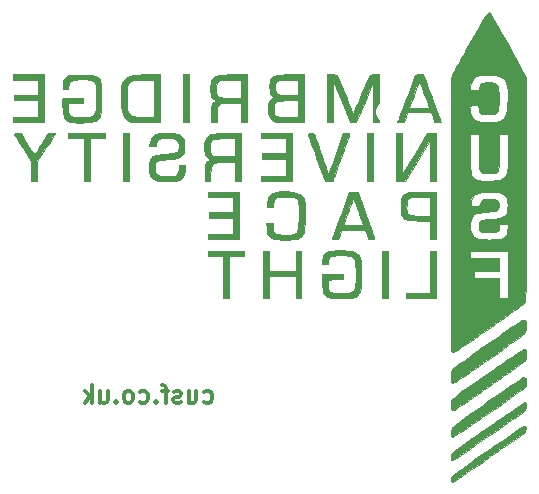
<source format=gbo>
G04 #@! TF.FileFunction,Legend,Bot*
%FSLAX46Y46*%
G04 Gerber Fmt 4.6, Leading zero omitted, Abs format (unit mm)*
G04 Created by KiCad (PCBNEW 0.201505031001+5637~23~ubuntu14.04.1-product) date Sat 23 May 2015 04:20:30 BST*
%MOMM*%
G01*
G04 APERTURE LIST*
%ADD10C,0.100000*%
%ADD11C,0.300000*%
%ADD12C,1.700000*%
%ADD13R,2.413000X5.080000*%
%ADD14C,1.016000*%
%ADD15C,1.500000*%
%ADD16C,6.300000*%
%ADD17C,0.600000*%
%ADD18C,1.200000*%
G04 APERTURE END LIST*
D10*
D11*
X97178572Y-160107143D02*
X97321429Y-160178571D01*
X97607143Y-160178571D01*
X97750001Y-160107143D01*
X97821429Y-160035714D01*
X97892858Y-159892857D01*
X97892858Y-159464286D01*
X97821429Y-159321429D01*
X97750001Y-159250000D01*
X97607143Y-159178571D01*
X97321429Y-159178571D01*
X97178572Y-159250000D01*
X95892858Y-159178571D02*
X95892858Y-160178571D01*
X96535715Y-159178571D02*
X96535715Y-159964286D01*
X96464287Y-160107143D01*
X96321429Y-160178571D01*
X96107144Y-160178571D01*
X95964287Y-160107143D01*
X95892858Y-160035714D01*
X95250001Y-160107143D02*
X95107144Y-160178571D01*
X94821429Y-160178571D01*
X94678572Y-160107143D01*
X94607144Y-159964286D01*
X94607144Y-159892857D01*
X94678572Y-159750000D01*
X94821429Y-159678571D01*
X95035715Y-159678571D01*
X95178572Y-159607143D01*
X95250001Y-159464286D01*
X95250001Y-159392857D01*
X95178572Y-159250000D01*
X95035715Y-159178571D01*
X94821429Y-159178571D01*
X94678572Y-159250000D01*
X94178572Y-159178571D02*
X93607143Y-159178571D01*
X93964286Y-160178571D02*
X93964286Y-158892857D01*
X93892858Y-158750000D01*
X93750000Y-158678571D01*
X93607143Y-158678571D01*
X93107143Y-160035714D02*
X93035715Y-160107143D01*
X93107143Y-160178571D01*
X93178572Y-160107143D01*
X93107143Y-160035714D01*
X93107143Y-160178571D01*
X91750000Y-160107143D02*
X91892857Y-160178571D01*
X92178571Y-160178571D01*
X92321429Y-160107143D01*
X92392857Y-160035714D01*
X92464286Y-159892857D01*
X92464286Y-159464286D01*
X92392857Y-159321429D01*
X92321429Y-159250000D01*
X92178571Y-159178571D01*
X91892857Y-159178571D01*
X91750000Y-159250000D01*
X90892857Y-160178571D02*
X91035715Y-160107143D01*
X91107143Y-160035714D01*
X91178572Y-159892857D01*
X91178572Y-159464286D01*
X91107143Y-159321429D01*
X91035715Y-159250000D01*
X90892857Y-159178571D01*
X90678572Y-159178571D01*
X90535715Y-159250000D01*
X90464286Y-159321429D01*
X90392857Y-159464286D01*
X90392857Y-159892857D01*
X90464286Y-160035714D01*
X90535715Y-160107143D01*
X90678572Y-160178571D01*
X90892857Y-160178571D01*
X89750000Y-160035714D02*
X89678572Y-160107143D01*
X89750000Y-160178571D01*
X89821429Y-160107143D01*
X89750000Y-160035714D01*
X89750000Y-160178571D01*
X88392857Y-159178571D02*
X88392857Y-160178571D01*
X89035714Y-159178571D02*
X89035714Y-159964286D01*
X88964286Y-160107143D01*
X88821428Y-160178571D01*
X88607143Y-160178571D01*
X88464286Y-160107143D01*
X88392857Y-160035714D01*
X87678571Y-160178571D02*
X87678571Y-158678571D01*
X87535714Y-159607143D02*
X87107143Y-160178571D01*
X87107143Y-159178571D02*
X87678571Y-159750000D01*
D10*
G36*
X124441600Y-162346618D02*
X124435797Y-162439916D01*
X124411919Y-162525134D01*
X124360259Y-162611684D01*
X124271113Y-162708977D01*
X124134773Y-162826426D01*
X123941533Y-162973443D01*
X123681690Y-163159439D01*
X123402283Y-163354466D01*
X123216525Y-163483452D01*
X122958897Y-163662429D01*
X122640938Y-163883375D01*
X122274189Y-164138269D01*
X121870189Y-164419091D01*
X121440479Y-164717820D01*
X120996597Y-165026434D01*
X120550084Y-165336912D01*
X120522395Y-165356167D01*
X119966928Y-165740872D01*
X119491504Y-166066741D01*
X119094233Y-166335017D01*
X118773220Y-166546939D01*
X118526574Y-166703748D01*
X118352403Y-166806683D01*
X118248813Y-166856985D01*
X118223695Y-166862800D01*
X118134882Y-166850547D01*
X118098234Y-166793754D01*
X118091600Y-166683032D01*
X118112666Y-166544156D01*
X118188115Y-166412124D01*
X118282100Y-166305333D01*
X118364590Y-166233994D01*
X118519585Y-166114146D01*
X118738850Y-165951471D01*
X119014154Y-165751650D01*
X119337264Y-165520366D01*
X119699946Y-165263299D01*
X120093968Y-164986131D01*
X120511098Y-164694544D01*
X120943101Y-164394219D01*
X121381747Y-164090838D01*
X121818801Y-163790081D01*
X122246031Y-163497631D01*
X122655204Y-163219169D01*
X123038088Y-162960377D01*
X123386450Y-162726936D01*
X123692056Y-162524528D01*
X123946675Y-162358834D01*
X124142072Y-162235535D01*
X124270017Y-162160314D01*
X124320191Y-162138400D01*
X124397867Y-162150076D01*
X124432863Y-162203820D01*
X124441548Y-162327706D01*
X124441600Y-162346618D01*
X124441600Y-162346618D01*
X124441600Y-162346618D01*
G37*
X124441600Y-162346618D02*
X124435797Y-162439916D01*
X124411919Y-162525134D01*
X124360259Y-162611684D01*
X124271113Y-162708977D01*
X124134773Y-162826426D01*
X123941533Y-162973443D01*
X123681690Y-163159439D01*
X123402283Y-163354466D01*
X123216525Y-163483452D01*
X122958897Y-163662429D01*
X122640938Y-163883375D01*
X122274189Y-164138269D01*
X121870189Y-164419091D01*
X121440479Y-164717820D01*
X120996597Y-165026434D01*
X120550084Y-165336912D01*
X120522395Y-165356167D01*
X119966928Y-165740872D01*
X119491504Y-166066741D01*
X119094233Y-166335017D01*
X118773220Y-166546939D01*
X118526574Y-166703748D01*
X118352403Y-166806683D01*
X118248813Y-166856985D01*
X118223695Y-166862800D01*
X118134882Y-166850547D01*
X118098234Y-166793754D01*
X118091600Y-166683032D01*
X118112666Y-166544156D01*
X118188115Y-166412124D01*
X118282100Y-166305333D01*
X118364590Y-166233994D01*
X118519585Y-166114146D01*
X118738850Y-165951471D01*
X119014154Y-165751650D01*
X119337264Y-165520366D01*
X119699946Y-165263299D01*
X120093968Y-164986131D01*
X120511098Y-164694544D01*
X120943101Y-164394219D01*
X121381747Y-164090838D01*
X121818801Y-163790081D01*
X122246031Y-163497631D01*
X122655204Y-163219169D01*
X123038088Y-162960377D01*
X123386450Y-162726936D01*
X123692056Y-162524528D01*
X123946675Y-162358834D01*
X124142072Y-162235535D01*
X124270017Y-162160314D01*
X124320191Y-162138400D01*
X124397867Y-162150076D01*
X124432863Y-162203820D01*
X124441548Y-162327706D01*
X124441600Y-162346618D01*
X124441600Y-162346618D01*
G36*
X124441600Y-160441618D02*
X124434316Y-160617303D01*
X124403374Y-160731507D01*
X124335142Y-160823853D01*
X124297389Y-160860718D01*
X124223520Y-160919871D01*
X124076306Y-161029356D01*
X123866034Y-161181820D01*
X123602994Y-161369907D01*
X123297473Y-161586262D01*
X122959760Y-161823531D01*
X122600144Y-162074358D01*
X122582889Y-162086348D01*
X121885519Y-162570875D01*
X121266828Y-163000675D01*
X120721992Y-163378901D01*
X120246189Y-163708707D01*
X119834595Y-163993244D01*
X119482386Y-164235666D01*
X119184741Y-164439125D01*
X118936835Y-164606775D01*
X118733846Y-164741769D01*
X118570950Y-164847258D01*
X118443325Y-164926396D01*
X118346147Y-164982337D01*
X118274592Y-165018232D01*
X118223839Y-165037234D01*
X118189064Y-165042497D01*
X118165443Y-165037173D01*
X118148153Y-165024416D01*
X118132372Y-165007377D01*
X118125466Y-165000133D01*
X118090961Y-164904999D01*
X118095163Y-164756039D01*
X118132693Y-164590966D01*
X118198176Y-164447492D01*
X118205900Y-164436006D01*
X118265988Y-164380176D01*
X118400733Y-164273768D01*
X118602011Y-164122443D01*
X118861702Y-163931858D01*
X119171682Y-163707673D01*
X119523831Y-163455548D01*
X119910025Y-163181142D01*
X120322144Y-162890113D01*
X120752065Y-162588122D01*
X121191666Y-162280828D01*
X121632825Y-161973889D01*
X122067420Y-161672965D01*
X122487330Y-161383715D01*
X122884431Y-161111799D01*
X123250603Y-160862875D01*
X123577723Y-160642604D01*
X123857670Y-160456644D01*
X124082320Y-160310654D01*
X124243553Y-160210294D01*
X124333247Y-160161223D01*
X124346705Y-160157200D01*
X124401461Y-160171213D01*
X124430199Y-160228850D01*
X124440724Y-160353504D01*
X124441600Y-160441618D01*
X124441600Y-160441618D01*
X124441600Y-160441618D01*
G37*
X124441600Y-160441618D02*
X124434316Y-160617303D01*
X124403374Y-160731507D01*
X124335142Y-160823853D01*
X124297389Y-160860718D01*
X124223520Y-160919871D01*
X124076306Y-161029356D01*
X123866034Y-161181820D01*
X123602994Y-161369907D01*
X123297473Y-161586262D01*
X122959760Y-161823531D01*
X122600144Y-162074358D01*
X122582889Y-162086348D01*
X121885519Y-162570875D01*
X121266828Y-163000675D01*
X120721992Y-163378901D01*
X120246189Y-163708707D01*
X119834595Y-163993244D01*
X119482386Y-164235666D01*
X119184741Y-164439125D01*
X118936835Y-164606775D01*
X118733846Y-164741769D01*
X118570950Y-164847258D01*
X118443325Y-164926396D01*
X118346147Y-164982337D01*
X118274592Y-165018232D01*
X118223839Y-165037234D01*
X118189064Y-165042497D01*
X118165443Y-165037173D01*
X118148153Y-165024416D01*
X118132372Y-165007377D01*
X118125466Y-165000133D01*
X118090961Y-164904999D01*
X118095163Y-164756039D01*
X118132693Y-164590966D01*
X118198176Y-164447492D01*
X118205900Y-164436006D01*
X118265988Y-164380176D01*
X118400733Y-164273768D01*
X118602011Y-164122443D01*
X118861702Y-163931858D01*
X119171682Y-163707673D01*
X119523831Y-163455548D01*
X119910025Y-163181142D01*
X120322144Y-162890113D01*
X120752065Y-162588122D01*
X121191666Y-162280828D01*
X121632825Y-161973889D01*
X122067420Y-161672965D01*
X122487330Y-161383715D01*
X122884431Y-161111799D01*
X123250603Y-160862875D01*
X123577723Y-160642604D01*
X123857670Y-160456644D01*
X124082320Y-160310654D01*
X124243553Y-160210294D01*
X124333247Y-160161223D01*
X124346705Y-160157200D01*
X124401461Y-160171213D01*
X124430199Y-160228850D01*
X124440724Y-160353504D01*
X124441600Y-160441618D01*
X124441600Y-160441618D01*
G36*
X124441600Y-158421002D02*
X124437925Y-158609349D01*
X124419410Y-158730216D01*
X124374815Y-158817663D01*
X124292901Y-158905745D01*
X124276500Y-158921306D01*
X124194159Y-158988466D01*
X124039283Y-159104482D01*
X123820157Y-159263647D01*
X123545065Y-159460254D01*
X123222291Y-159688597D01*
X122860120Y-159942968D01*
X122466836Y-160217662D01*
X122050723Y-160506970D01*
X121620067Y-160805186D01*
X121183151Y-161106603D01*
X120748260Y-161405515D01*
X120323678Y-161696214D01*
X119917690Y-161972993D01*
X119538580Y-162230147D01*
X119194632Y-162461967D01*
X118894132Y-162662746D01*
X118645363Y-162826779D01*
X118456609Y-162948358D01*
X118336156Y-163021777D01*
X118294695Y-163041979D01*
X118183889Y-163042800D01*
X118129410Y-163022877D01*
X118096418Y-162931945D01*
X118091800Y-162777885D01*
X118112471Y-162594175D01*
X118155343Y-162414293D01*
X118194887Y-162312713D01*
X118221541Y-162266064D01*
X118261454Y-162214167D01*
X118320662Y-162152541D01*
X118405196Y-162076704D01*
X118521093Y-161982175D01*
X118674384Y-161864472D01*
X118871105Y-161719115D01*
X119117289Y-161541622D01*
X119418971Y-161327512D01*
X119782184Y-161072304D01*
X120212961Y-160771516D01*
X120717338Y-160420666D01*
X121103187Y-160152766D01*
X121583191Y-159819604D01*
X122041259Y-159501564D01*
X122470128Y-159203693D01*
X122862533Y-158931043D01*
X123211213Y-158688662D01*
X123508902Y-158481600D01*
X123748340Y-158314907D01*
X123922261Y-158193632D01*
X124023402Y-158122826D01*
X124043814Y-158108358D01*
X124204572Y-158037321D01*
X124310514Y-158043435D01*
X124380021Y-158067352D01*
X124419290Y-158111687D01*
X124436915Y-158201188D01*
X124441488Y-158360603D01*
X124441600Y-158421002D01*
X124441600Y-158421002D01*
X124441600Y-158421002D01*
G37*
X124441600Y-158421002D02*
X124437925Y-158609349D01*
X124419410Y-158730216D01*
X124374815Y-158817663D01*
X124292901Y-158905745D01*
X124276500Y-158921306D01*
X124194159Y-158988466D01*
X124039283Y-159104482D01*
X123820157Y-159263647D01*
X123545065Y-159460254D01*
X123222291Y-159688597D01*
X122860120Y-159942968D01*
X122466836Y-160217662D01*
X122050723Y-160506970D01*
X121620067Y-160805186D01*
X121183151Y-161106603D01*
X120748260Y-161405515D01*
X120323678Y-161696214D01*
X119917690Y-161972993D01*
X119538580Y-162230147D01*
X119194632Y-162461967D01*
X118894132Y-162662746D01*
X118645363Y-162826779D01*
X118456609Y-162948358D01*
X118336156Y-163021777D01*
X118294695Y-163041979D01*
X118183889Y-163042800D01*
X118129410Y-163022877D01*
X118096418Y-162931945D01*
X118091800Y-162777885D01*
X118112471Y-162594175D01*
X118155343Y-162414293D01*
X118194887Y-162312713D01*
X118221541Y-162266064D01*
X118261454Y-162214167D01*
X118320662Y-162152541D01*
X118405196Y-162076704D01*
X118521093Y-161982175D01*
X118674384Y-161864472D01*
X118871105Y-161719115D01*
X119117289Y-161541622D01*
X119418971Y-161327512D01*
X119782184Y-161072304D01*
X120212961Y-160771516D01*
X120717338Y-160420666D01*
X121103187Y-160152766D01*
X121583191Y-159819604D01*
X122041259Y-159501564D01*
X122470128Y-159203693D01*
X122862533Y-158931043D01*
X123211213Y-158688662D01*
X123508902Y-158481600D01*
X123748340Y-158314907D01*
X123922261Y-158193632D01*
X124023402Y-158122826D01*
X124043814Y-158108358D01*
X124204572Y-158037321D01*
X124310514Y-158043435D01*
X124380021Y-158067352D01*
X124419290Y-158111687D01*
X124436915Y-158201188D01*
X124441488Y-158360603D01*
X124441600Y-158421002D01*
X124441600Y-158421002D01*
G36*
X124441600Y-156092351D02*
X124439235Y-156298770D01*
X124426428Y-156433760D01*
X124394612Y-156527473D01*
X124335218Y-156610063D01*
X124276500Y-156673386D01*
X124205777Y-156732789D01*
X124061360Y-156842230D01*
X123851548Y-156995950D01*
X123584639Y-157188192D01*
X123268933Y-157413196D01*
X122912727Y-157665206D01*
X122524321Y-157938463D01*
X122112014Y-158227210D01*
X121684103Y-158525687D01*
X121248889Y-158828138D01*
X120814669Y-159128804D01*
X120389743Y-159421927D01*
X119982409Y-159701749D01*
X119600966Y-159962512D01*
X119253712Y-160198458D01*
X118948946Y-160403829D01*
X118694968Y-160572867D01*
X118500076Y-160699813D01*
X118372568Y-160778911D01*
X118322762Y-160804350D01*
X118208318Y-160792214D01*
X118155100Y-160759808D01*
X118115758Y-160665951D01*
X118095557Y-160505633D01*
X118094043Y-160312087D01*
X118110761Y-160118544D01*
X118145256Y-159958238D01*
X118166791Y-159905150D01*
X118219200Y-159848031D01*
X118342001Y-159744715D01*
X118537018Y-159593874D01*
X118806076Y-159394185D01*
X119150999Y-159144323D01*
X119573610Y-158842963D01*
X120075734Y-158488780D01*
X120659194Y-158080449D01*
X121134799Y-157749311D01*
X121621596Y-157411432D01*
X122086306Y-157089719D01*
X122521835Y-156789030D01*
X122921089Y-156514226D01*
X123276972Y-156270164D01*
X123582390Y-156061703D01*
X123830248Y-155893703D01*
X124013452Y-155771023D01*
X124124908Y-155698520D01*
X124155168Y-155680760D01*
X124281339Y-155637834D01*
X124365181Y-155653226D01*
X124414547Y-155738220D01*
X124437289Y-155904103D01*
X124441600Y-156092351D01*
X124441600Y-156092351D01*
X124441600Y-156092351D01*
G37*
X124441600Y-156092351D02*
X124439235Y-156298770D01*
X124426428Y-156433760D01*
X124394612Y-156527473D01*
X124335218Y-156610063D01*
X124276500Y-156673386D01*
X124205777Y-156732789D01*
X124061360Y-156842230D01*
X123851548Y-156995950D01*
X123584639Y-157188192D01*
X123268933Y-157413196D01*
X122912727Y-157665206D01*
X122524321Y-157938463D01*
X122112014Y-158227210D01*
X121684103Y-158525687D01*
X121248889Y-158828138D01*
X120814669Y-159128804D01*
X120389743Y-159421927D01*
X119982409Y-159701749D01*
X119600966Y-159962512D01*
X119253712Y-160198458D01*
X118948946Y-160403829D01*
X118694968Y-160572867D01*
X118500076Y-160699813D01*
X118372568Y-160778911D01*
X118322762Y-160804350D01*
X118208318Y-160792214D01*
X118155100Y-160759808D01*
X118115758Y-160665951D01*
X118095557Y-160505633D01*
X118094043Y-160312087D01*
X118110761Y-160118544D01*
X118145256Y-159958238D01*
X118166791Y-159905150D01*
X118219200Y-159848031D01*
X118342001Y-159744715D01*
X118537018Y-159593874D01*
X118806076Y-159394185D01*
X119150999Y-159144323D01*
X119573610Y-158842963D01*
X120075734Y-158488780D01*
X120659194Y-158080449D01*
X121134799Y-157749311D01*
X121621596Y-157411432D01*
X122086306Y-157089719D01*
X122521835Y-156789030D01*
X122921089Y-156514226D01*
X123276972Y-156270164D01*
X123582390Y-156061703D01*
X123830248Y-155893703D01*
X124013452Y-155771023D01*
X124124908Y-155698520D01*
X124155168Y-155680760D01*
X124281339Y-155637834D01*
X124365181Y-155653226D01*
X124414547Y-155738220D01*
X124437289Y-155904103D01*
X124441600Y-156092351D01*
X124441600Y-156092351D01*
G36*
X124441600Y-153673523D02*
X124440032Y-153896868D01*
X124430786Y-154045665D01*
X124407050Y-154146962D01*
X124362009Y-154227808D01*
X124288852Y-154315250D01*
X124276500Y-154328980D01*
X124211640Y-154389580D01*
X124095037Y-154484080D01*
X123923620Y-154614656D01*
X123694318Y-154783484D01*
X123404060Y-154992741D01*
X123049777Y-155244602D01*
X122628398Y-155541244D01*
X122136852Y-155884842D01*
X121572068Y-156277572D01*
X120930977Y-156721611D01*
X120210508Y-157219135D01*
X119768000Y-157524146D01*
X119378503Y-157792386D01*
X119063957Y-158008312D01*
X118815589Y-158177168D01*
X118624626Y-158304199D01*
X118482296Y-158394649D01*
X118379825Y-158453764D01*
X118308442Y-158486786D01*
X118259373Y-158498962D01*
X118223845Y-158495534D01*
X118193087Y-158481749D01*
X118179188Y-158473968D01*
X118137043Y-158434596D01*
X118110680Y-158360269D01*
X118096727Y-158230778D01*
X118091814Y-158025918D01*
X118091600Y-157948773D01*
X118093928Y-157720245D01*
X118104520Y-157567018D01*
X118128780Y-157462833D01*
X118172118Y-157381431D01*
X118221416Y-157318317D01*
X118279953Y-157268858D01*
X118413633Y-157167614D01*
X118614138Y-157020413D01*
X118873151Y-156833087D01*
X119182356Y-156611465D01*
X119533436Y-156361376D01*
X119918073Y-156088652D01*
X120327951Y-155799122D01*
X120754753Y-155498616D01*
X121190162Y-155192965D01*
X121625860Y-154887997D01*
X122053532Y-154589544D01*
X122464860Y-154303435D01*
X122851527Y-154035500D01*
X123205216Y-153791569D01*
X123517610Y-153577472D01*
X123780393Y-153399040D01*
X123985248Y-153262102D01*
X124123856Y-153172488D01*
X124187600Y-153136132D01*
X124294841Y-153135456D01*
X124352700Y-153155451D01*
X124395448Y-153192310D01*
X124422147Y-153263000D01*
X124436280Y-153387823D01*
X124441332Y-153587082D01*
X124441600Y-153673523D01*
X124441600Y-153673523D01*
X124441600Y-153673523D01*
G37*
X124441600Y-153673523D02*
X124440032Y-153896868D01*
X124430786Y-154045665D01*
X124407050Y-154146962D01*
X124362009Y-154227808D01*
X124288852Y-154315250D01*
X124276500Y-154328980D01*
X124211640Y-154389580D01*
X124095037Y-154484080D01*
X123923620Y-154614656D01*
X123694318Y-154783484D01*
X123404060Y-154992741D01*
X123049777Y-155244602D01*
X122628398Y-155541244D01*
X122136852Y-155884842D01*
X121572068Y-156277572D01*
X120930977Y-156721611D01*
X120210508Y-157219135D01*
X119768000Y-157524146D01*
X119378503Y-157792386D01*
X119063957Y-158008312D01*
X118815589Y-158177168D01*
X118624626Y-158304199D01*
X118482296Y-158394649D01*
X118379825Y-158453764D01*
X118308442Y-158486786D01*
X118259373Y-158498962D01*
X118223845Y-158495534D01*
X118193087Y-158481749D01*
X118179188Y-158473968D01*
X118137043Y-158434596D01*
X118110680Y-158360269D01*
X118096727Y-158230778D01*
X118091814Y-158025918D01*
X118091600Y-157948773D01*
X118093928Y-157720245D01*
X118104520Y-157567018D01*
X118128780Y-157462833D01*
X118172118Y-157381431D01*
X118221416Y-157318317D01*
X118279953Y-157268858D01*
X118413633Y-157167614D01*
X118614138Y-157020413D01*
X118873151Y-156833087D01*
X119182356Y-156611465D01*
X119533436Y-156361376D01*
X119918073Y-156088652D01*
X120327951Y-155799122D01*
X120754753Y-155498616D01*
X121190162Y-155192965D01*
X121625860Y-154887997D01*
X122053532Y-154589544D01*
X122464860Y-154303435D01*
X122851527Y-154035500D01*
X123205216Y-153791569D01*
X123517610Y-153577472D01*
X123780393Y-153399040D01*
X123985248Y-153262102D01*
X124123856Y-153172488D01*
X124187600Y-153136132D01*
X124294841Y-153135456D01*
X124352700Y-153155451D01*
X124395448Y-153192310D01*
X124422147Y-153263000D01*
X124436280Y-153387823D01*
X124441332Y-153587082D01*
X124441600Y-153673523D01*
X124441600Y-153673523D01*
G36*
X124441600Y-142079022D02*
X124441429Y-143311065D01*
X124440906Y-144444499D01*
X124440012Y-145482313D01*
X124438729Y-146427499D01*
X124437037Y-147283046D01*
X124434920Y-148051945D01*
X124432359Y-148737186D01*
X124429335Y-149341760D01*
X124425830Y-149868655D01*
X124421825Y-150320864D01*
X124417304Y-150701375D01*
X124412246Y-151013179D01*
X124406635Y-151259267D01*
X124400451Y-151442628D01*
X124393676Y-151566253D01*
X124386292Y-151633132D01*
X124383046Y-151644929D01*
X124332350Y-151694864D01*
X124206103Y-151796094D01*
X124012470Y-151942913D01*
X123759614Y-152129618D01*
X123455700Y-152350503D01*
X123108892Y-152599863D01*
X122932335Y-152725791D01*
X122932335Y-145069600D01*
X122917600Y-145069600D01*
X122917600Y-138938979D01*
X122917600Y-137398800D01*
X122917456Y-137398800D01*
X122917456Y-134170973D01*
X122903821Y-133718996D01*
X122860134Y-133354602D01*
X122782575Y-133067216D01*
X122667323Y-132846265D01*
X122510556Y-132681175D01*
X122341324Y-132576636D01*
X122128047Y-132503816D01*
X121846396Y-132450865D01*
X121521634Y-132418181D01*
X121179024Y-132406166D01*
X120843827Y-132415221D01*
X120541307Y-132445745D01*
X120296725Y-132498141D01*
X120184023Y-132542423D01*
X120040595Y-132640883D01*
X119928652Y-132751646D01*
X119846223Y-132905240D01*
X119777072Y-133122759D01*
X119730970Y-133366588D01*
X119717200Y-133565900D01*
X119717200Y-133741200D01*
X120098200Y-133741200D01*
X120479200Y-133741200D01*
X120479200Y-133540832D01*
X120520906Y-133323179D01*
X120593500Y-133209291D01*
X120664998Y-133141120D01*
X120752625Y-133097548D01*
X120883848Y-133070072D01*
X121086135Y-133050186D01*
X121114200Y-133048076D01*
X121479855Y-133042157D01*
X121759057Y-133085440D01*
X121954617Y-133178601D01*
X122041435Y-133271060D01*
X122073009Y-133331276D01*
X122096233Y-133411687D01*
X122112329Y-133527481D01*
X122122520Y-133693846D01*
X122128027Y-133925971D01*
X122130074Y-134239044D01*
X122130200Y-134373965D01*
X122127957Y-134790762D01*
X122116389Y-135116779D01*
X122088235Y-135362818D01*
X122036236Y-135539678D01*
X121953131Y-135658159D01*
X121831660Y-135729061D01*
X121664563Y-135763185D01*
X121444579Y-135771331D01*
X121194858Y-135765358D01*
X120913005Y-135748698D01*
X120715680Y-135714090D01*
X120586046Y-135650523D01*
X120507269Y-135546986D01*
X120462513Y-135392469D01*
X120445525Y-135275290D01*
X120414248Y-135011200D01*
X120040324Y-135011200D01*
X119861578Y-135011933D01*
X119746253Y-135025755D01*
X119684351Y-135070099D01*
X119665874Y-135162395D01*
X119680826Y-135320077D01*
X119719209Y-135560577D01*
X119720544Y-135568793D01*
X119775794Y-135822342D01*
X119857321Y-136022564D01*
X119976072Y-136175011D01*
X120142996Y-136285234D01*
X120369041Y-136358785D01*
X120665155Y-136401215D01*
X121042288Y-136418077D01*
X121393600Y-136417148D01*
X121680067Y-136410916D01*
X121887935Y-136400495D01*
X122040203Y-136382536D01*
X122159867Y-136353689D01*
X122269925Y-136310605D01*
X122333400Y-136280270D01*
X122513540Y-136171544D01*
X122633263Y-136041596D01*
X122698401Y-135925600D01*
X122777989Y-135697492D01*
X122841092Y-135380850D01*
X122886219Y-134987627D01*
X122911877Y-134529778D01*
X122917456Y-134170973D01*
X122917456Y-137398800D01*
X122536600Y-137398800D01*
X122155600Y-137398800D01*
X122155600Y-138895009D01*
X122153615Y-139411822D01*
X122147625Y-139828730D01*
X122137570Y-140147352D01*
X122123393Y-140369309D01*
X122105037Y-140496217D01*
X122097797Y-140518081D01*
X122017339Y-140623157D01*
X121879516Y-140694410D01*
X121671114Y-140735793D01*
X121378919Y-140751262D01*
X121317400Y-140751600D01*
X121008977Y-140740311D01*
X120786690Y-140703808D01*
X120637324Y-140638136D01*
X120547663Y-140539342D01*
X120537002Y-140518081D01*
X120517204Y-140423272D01*
X120501606Y-140233969D01*
X120490149Y-139948553D01*
X120482777Y-139565404D01*
X120479430Y-139082904D01*
X120479200Y-138895009D01*
X120479200Y-137398800D01*
X120095014Y-137398800D01*
X119710828Y-137398800D01*
X119728102Y-139037100D01*
X119733584Y-139500069D01*
X119739664Y-139872743D01*
X119746985Y-140166424D01*
X119756189Y-140392417D01*
X119767918Y-140562025D01*
X119782815Y-140686552D01*
X119801523Y-140777302D01*
X119824683Y-140845579D01*
X119831801Y-140861666D01*
X119958452Y-141052064D01*
X120147350Y-141198290D01*
X120411043Y-141307591D01*
X120733200Y-141382242D01*
X120869320Y-141393552D01*
X121076637Y-141396132D01*
X121328033Y-141391217D01*
X121596388Y-141380038D01*
X121854584Y-141363829D01*
X122075502Y-141343822D01*
X122232023Y-141321251D01*
X122268322Y-141312456D01*
X122532944Y-141186027D01*
X122725895Y-140987600D01*
X122840564Y-140738567D01*
X122863751Y-140640519D01*
X122882047Y-140512371D01*
X122895949Y-140342490D01*
X122905955Y-140119245D01*
X122912564Y-139831006D01*
X122916273Y-139466139D01*
X122917580Y-139013015D01*
X122917600Y-138938979D01*
X122917600Y-145069600D01*
X122571117Y-145069600D01*
X122209899Y-145069600D01*
X122175752Y-145327013D01*
X122133374Y-145517911D01*
X122063208Y-145629643D01*
X122034302Y-145651504D01*
X121896264Y-145703294D01*
X121686850Y-145741191D01*
X121435673Y-145762415D01*
X121172347Y-145764184D01*
X120979801Y-145750523D01*
X120747368Y-145710548D01*
X120598656Y-145641372D01*
X120516303Y-145524060D01*
X120482949Y-145339674D01*
X120479200Y-145204473D01*
X120483710Y-145031599D01*
X120506400Y-144903534D01*
X120561008Y-144811684D01*
X120661272Y-144747451D01*
X120820931Y-144702241D01*
X121053724Y-144667456D01*
X121373388Y-144634501D01*
X121393141Y-144632630D01*
X121824782Y-144586332D01*
X122165386Y-144532995D01*
X122425514Y-144464591D01*
X122615723Y-144373090D01*
X122746573Y-144250465D01*
X122828623Y-144088688D01*
X122872432Y-143879729D01*
X122888558Y-143615560D01*
X122889624Y-143494800D01*
X122872953Y-143142493D01*
X122816719Y-142873889D01*
X122711178Y-142675562D01*
X122546584Y-142534089D01*
X122313192Y-142436044D01*
X122081745Y-142381932D01*
X121760632Y-142340977D01*
X121407303Y-142326553D01*
X121047431Y-142336920D01*
X120706692Y-142370337D01*
X120410758Y-142425064D01*
X120185305Y-142499359D01*
X120158732Y-142512301D01*
X120020334Y-142634080D01*
X119909123Y-142827406D01*
X119838402Y-143063179D01*
X119819915Y-143253500D01*
X119818800Y-143494800D01*
X120173432Y-143494800D01*
X120359462Y-143492810D01*
X120468023Y-143481000D01*
X120523242Y-143450603D01*
X120549242Y-143392854D01*
X120557947Y-143355100D01*
X120603977Y-143185099D01*
X120668306Y-143065310D01*
X120767050Y-142988517D01*
X120916323Y-142947502D01*
X121132238Y-142935048D01*
X121430910Y-142943936D01*
X121471338Y-142946003D01*
X121718753Y-142966219D01*
X121883568Y-142998540D01*
X121984456Y-143046916D01*
X121996722Y-143057138D01*
X122083913Y-143187288D01*
X122128794Y-143361327D01*
X122133298Y-143550538D01*
X122099356Y-143726203D01*
X122028902Y-143859607D01*
X121938719Y-143919119D01*
X121843494Y-143935155D01*
X121672539Y-143956735D01*
X121451363Y-143980856D01*
X121240729Y-144001314D01*
X120825388Y-144044425D01*
X120499481Y-144092336D01*
X120250844Y-144150569D01*
X120067313Y-144224645D01*
X119936724Y-144320086D01*
X119846912Y-144442413D01*
X119785716Y-144597147D01*
X119766219Y-144670623D01*
X119731272Y-144915152D01*
X119726381Y-145200413D01*
X119749011Y-145489433D01*
X119796628Y-145745239D01*
X119850506Y-145900078D01*
X119982129Y-146080883D01*
X120185396Y-146213563D01*
X120468786Y-146302365D01*
X120732239Y-146342040D01*
X121000491Y-146359182D01*
X121309319Y-146362639D01*
X121627821Y-146353632D01*
X121925095Y-146333381D01*
X122170243Y-146303106D01*
X122278007Y-146281013D01*
X122520930Y-146193274D01*
X122694355Y-146064948D01*
X122809744Y-145880267D01*
X122878561Y-145623458D01*
X122902843Y-145421389D01*
X122932335Y-145069600D01*
X122932335Y-152725791D01*
X122917600Y-152736301D01*
X122917600Y-151318000D01*
X122917600Y-149311400D01*
X122917600Y-147304800D01*
X121317400Y-147304800D01*
X119717200Y-147304800D01*
X119717200Y-147635000D01*
X119717200Y-147965200D01*
X120936400Y-147965200D01*
X122155600Y-147965200D01*
X122155600Y-148498600D01*
X122155600Y-149032000D01*
X121088800Y-149032000D01*
X120022000Y-149032000D01*
X120022000Y-149336800D01*
X120022000Y-149641600D01*
X121088800Y-149641600D01*
X122155600Y-149641600D01*
X122155600Y-150445933D01*
X122157637Y-150722089D01*
X122163263Y-150961709D01*
X122171747Y-151146730D01*
X122182359Y-151259089D01*
X122189466Y-151284133D01*
X122253936Y-151301169D01*
X122390481Y-151313332D01*
X122569602Y-151317999D01*
X122570466Y-151318000D01*
X122917600Y-151318000D01*
X122917600Y-152736301D01*
X122727354Y-152871994D01*
X122319250Y-153161190D01*
X121892745Y-153461746D01*
X121456002Y-153767957D01*
X121017186Y-154074119D01*
X120584461Y-154374527D01*
X120165990Y-154663476D01*
X119769939Y-154935260D01*
X119404471Y-155184175D01*
X119077750Y-155404516D01*
X118797940Y-155590577D01*
X118573206Y-155736655D01*
X118411712Y-155837044D01*
X118321622Y-155886039D01*
X118308065Y-155890000D01*
X118194636Y-155858909D01*
X118152560Y-155829039D01*
X118145476Y-155800087D01*
X118138916Y-155725866D01*
X118132863Y-155603282D01*
X118127299Y-155429242D01*
X118122210Y-155200651D01*
X118117579Y-154914416D01*
X118113389Y-154567442D01*
X118109624Y-154156635D01*
X118106267Y-153678901D01*
X118103304Y-153131146D01*
X118100716Y-152510276D01*
X118098489Y-151813197D01*
X118096605Y-151036815D01*
X118095048Y-150178035D01*
X118093802Y-149233764D01*
X118092852Y-148200907D01*
X118092179Y-147076371D01*
X118091769Y-145857061D01*
X118091604Y-144539883D01*
X118091600Y-144255860D01*
X118091658Y-142966502D01*
X118091849Y-141774879D01*
X118092199Y-140677128D01*
X118092732Y-139669385D01*
X118093475Y-138747785D01*
X118094451Y-137908464D01*
X118095686Y-137147557D01*
X118097206Y-136461202D01*
X118099036Y-135845533D01*
X118101200Y-135296687D01*
X118103725Y-134810799D01*
X118106635Y-134384004D01*
X118109955Y-134012440D01*
X118113711Y-133692242D01*
X118117928Y-133419545D01*
X118122631Y-133190485D01*
X118127845Y-133001199D01*
X118133595Y-132847822D01*
X118139908Y-132726489D01*
X118146807Y-132633337D01*
X118154319Y-132564502D01*
X118162467Y-132516119D01*
X118168327Y-132493120D01*
X118207412Y-132403058D01*
X118290868Y-132237723D01*
X118413233Y-132006692D01*
X118569045Y-131719539D01*
X118752843Y-131385838D01*
X118959165Y-131015165D01*
X119182548Y-130617096D01*
X119417531Y-130201203D01*
X119658652Y-129777064D01*
X119900450Y-129354253D01*
X120137462Y-128942344D01*
X120364227Y-128550913D01*
X120575282Y-128189535D01*
X120765167Y-127867784D01*
X120928419Y-127595236D01*
X121059577Y-127381466D01*
X121153178Y-127236048D01*
X121203761Y-127168558D01*
X121207139Y-127165848D01*
X121321658Y-127141341D01*
X121373681Y-127163842D01*
X121412820Y-127216454D01*
X121495601Y-127348275D01*
X121616525Y-127549592D01*
X121770094Y-127810689D01*
X121950807Y-128121850D01*
X122153168Y-128473360D01*
X122371676Y-128855505D01*
X122600833Y-129258569D01*
X122835141Y-129672836D01*
X123069099Y-130088592D01*
X123297210Y-130496121D01*
X123513975Y-130885708D01*
X123713894Y-131247638D01*
X123891469Y-131572196D01*
X124041202Y-131849666D01*
X124157592Y-132070333D01*
X124217427Y-132188112D01*
X124441600Y-132641625D01*
X124441600Y-142079022D01*
X124441600Y-142079022D01*
X124441600Y-142079022D01*
G37*
X124441600Y-142079022D02*
X124441429Y-143311065D01*
X124440906Y-144444499D01*
X124440012Y-145482313D01*
X124438729Y-146427499D01*
X124437037Y-147283046D01*
X124434920Y-148051945D01*
X124432359Y-148737186D01*
X124429335Y-149341760D01*
X124425830Y-149868655D01*
X124421825Y-150320864D01*
X124417304Y-150701375D01*
X124412246Y-151013179D01*
X124406635Y-151259267D01*
X124400451Y-151442628D01*
X124393676Y-151566253D01*
X124386292Y-151633132D01*
X124383046Y-151644929D01*
X124332350Y-151694864D01*
X124206103Y-151796094D01*
X124012470Y-151942913D01*
X123759614Y-152129618D01*
X123455700Y-152350503D01*
X123108892Y-152599863D01*
X122932335Y-152725791D01*
X122932335Y-145069600D01*
X122917600Y-145069600D01*
X122917600Y-138938979D01*
X122917600Y-137398800D01*
X122917456Y-137398800D01*
X122917456Y-134170973D01*
X122903821Y-133718996D01*
X122860134Y-133354602D01*
X122782575Y-133067216D01*
X122667323Y-132846265D01*
X122510556Y-132681175D01*
X122341324Y-132576636D01*
X122128047Y-132503816D01*
X121846396Y-132450865D01*
X121521634Y-132418181D01*
X121179024Y-132406166D01*
X120843827Y-132415221D01*
X120541307Y-132445745D01*
X120296725Y-132498141D01*
X120184023Y-132542423D01*
X120040595Y-132640883D01*
X119928652Y-132751646D01*
X119846223Y-132905240D01*
X119777072Y-133122759D01*
X119730970Y-133366588D01*
X119717200Y-133565900D01*
X119717200Y-133741200D01*
X120098200Y-133741200D01*
X120479200Y-133741200D01*
X120479200Y-133540832D01*
X120520906Y-133323179D01*
X120593500Y-133209291D01*
X120664998Y-133141120D01*
X120752625Y-133097548D01*
X120883848Y-133070072D01*
X121086135Y-133050186D01*
X121114200Y-133048076D01*
X121479855Y-133042157D01*
X121759057Y-133085440D01*
X121954617Y-133178601D01*
X122041435Y-133271060D01*
X122073009Y-133331276D01*
X122096233Y-133411687D01*
X122112329Y-133527481D01*
X122122520Y-133693846D01*
X122128027Y-133925971D01*
X122130074Y-134239044D01*
X122130200Y-134373965D01*
X122127957Y-134790762D01*
X122116389Y-135116779D01*
X122088235Y-135362818D01*
X122036236Y-135539678D01*
X121953131Y-135658159D01*
X121831660Y-135729061D01*
X121664563Y-135763185D01*
X121444579Y-135771331D01*
X121194858Y-135765358D01*
X120913005Y-135748698D01*
X120715680Y-135714090D01*
X120586046Y-135650523D01*
X120507269Y-135546986D01*
X120462513Y-135392469D01*
X120445525Y-135275290D01*
X120414248Y-135011200D01*
X120040324Y-135011200D01*
X119861578Y-135011933D01*
X119746253Y-135025755D01*
X119684351Y-135070099D01*
X119665874Y-135162395D01*
X119680826Y-135320077D01*
X119719209Y-135560577D01*
X119720544Y-135568793D01*
X119775794Y-135822342D01*
X119857321Y-136022564D01*
X119976072Y-136175011D01*
X120142996Y-136285234D01*
X120369041Y-136358785D01*
X120665155Y-136401215D01*
X121042288Y-136418077D01*
X121393600Y-136417148D01*
X121680067Y-136410916D01*
X121887935Y-136400495D01*
X122040203Y-136382536D01*
X122159867Y-136353689D01*
X122269925Y-136310605D01*
X122333400Y-136280270D01*
X122513540Y-136171544D01*
X122633263Y-136041596D01*
X122698401Y-135925600D01*
X122777989Y-135697492D01*
X122841092Y-135380850D01*
X122886219Y-134987627D01*
X122911877Y-134529778D01*
X122917456Y-134170973D01*
X122917456Y-137398800D01*
X122536600Y-137398800D01*
X122155600Y-137398800D01*
X122155600Y-138895009D01*
X122153615Y-139411822D01*
X122147625Y-139828730D01*
X122137570Y-140147352D01*
X122123393Y-140369309D01*
X122105037Y-140496217D01*
X122097797Y-140518081D01*
X122017339Y-140623157D01*
X121879516Y-140694410D01*
X121671114Y-140735793D01*
X121378919Y-140751262D01*
X121317400Y-140751600D01*
X121008977Y-140740311D01*
X120786690Y-140703808D01*
X120637324Y-140638136D01*
X120547663Y-140539342D01*
X120537002Y-140518081D01*
X120517204Y-140423272D01*
X120501606Y-140233969D01*
X120490149Y-139948553D01*
X120482777Y-139565404D01*
X120479430Y-139082904D01*
X120479200Y-138895009D01*
X120479200Y-137398800D01*
X120095014Y-137398800D01*
X119710828Y-137398800D01*
X119728102Y-139037100D01*
X119733584Y-139500069D01*
X119739664Y-139872743D01*
X119746985Y-140166424D01*
X119756189Y-140392417D01*
X119767918Y-140562025D01*
X119782815Y-140686552D01*
X119801523Y-140777302D01*
X119824683Y-140845579D01*
X119831801Y-140861666D01*
X119958452Y-141052064D01*
X120147350Y-141198290D01*
X120411043Y-141307591D01*
X120733200Y-141382242D01*
X120869320Y-141393552D01*
X121076637Y-141396132D01*
X121328033Y-141391217D01*
X121596388Y-141380038D01*
X121854584Y-141363829D01*
X122075502Y-141343822D01*
X122232023Y-141321251D01*
X122268322Y-141312456D01*
X122532944Y-141186027D01*
X122725895Y-140987600D01*
X122840564Y-140738567D01*
X122863751Y-140640519D01*
X122882047Y-140512371D01*
X122895949Y-140342490D01*
X122905955Y-140119245D01*
X122912564Y-139831006D01*
X122916273Y-139466139D01*
X122917580Y-139013015D01*
X122917600Y-138938979D01*
X122917600Y-145069600D01*
X122571117Y-145069600D01*
X122209899Y-145069600D01*
X122175752Y-145327013D01*
X122133374Y-145517911D01*
X122063208Y-145629643D01*
X122034302Y-145651504D01*
X121896264Y-145703294D01*
X121686850Y-145741191D01*
X121435673Y-145762415D01*
X121172347Y-145764184D01*
X120979801Y-145750523D01*
X120747368Y-145710548D01*
X120598656Y-145641372D01*
X120516303Y-145524060D01*
X120482949Y-145339674D01*
X120479200Y-145204473D01*
X120483710Y-145031599D01*
X120506400Y-144903534D01*
X120561008Y-144811684D01*
X120661272Y-144747451D01*
X120820931Y-144702241D01*
X121053724Y-144667456D01*
X121373388Y-144634501D01*
X121393141Y-144632630D01*
X121824782Y-144586332D01*
X122165386Y-144532995D01*
X122425514Y-144464591D01*
X122615723Y-144373090D01*
X122746573Y-144250465D01*
X122828623Y-144088688D01*
X122872432Y-143879729D01*
X122888558Y-143615560D01*
X122889624Y-143494800D01*
X122872953Y-143142493D01*
X122816719Y-142873889D01*
X122711178Y-142675562D01*
X122546584Y-142534089D01*
X122313192Y-142436044D01*
X122081745Y-142381932D01*
X121760632Y-142340977D01*
X121407303Y-142326553D01*
X121047431Y-142336920D01*
X120706692Y-142370337D01*
X120410758Y-142425064D01*
X120185305Y-142499359D01*
X120158732Y-142512301D01*
X120020334Y-142634080D01*
X119909123Y-142827406D01*
X119838402Y-143063179D01*
X119819915Y-143253500D01*
X119818800Y-143494800D01*
X120173432Y-143494800D01*
X120359462Y-143492810D01*
X120468023Y-143481000D01*
X120523242Y-143450603D01*
X120549242Y-143392854D01*
X120557947Y-143355100D01*
X120603977Y-143185099D01*
X120668306Y-143065310D01*
X120767050Y-142988517D01*
X120916323Y-142947502D01*
X121132238Y-142935048D01*
X121430910Y-142943936D01*
X121471338Y-142946003D01*
X121718753Y-142966219D01*
X121883568Y-142998540D01*
X121984456Y-143046916D01*
X121996722Y-143057138D01*
X122083913Y-143187288D01*
X122128794Y-143361327D01*
X122133298Y-143550538D01*
X122099356Y-143726203D01*
X122028902Y-143859607D01*
X121938719Y-143919119D01*
X121843494Y-143935155D01*
X121672539Y-143956735D01*
X121451363Y-143980856D01*
X121240729Y-144001314D01*
X120825388Y-144044425D01*
X120499481Y-144092336D01*
X120250844Y-144150569D01*
X120067313Y-144224645D01*
X119936724Y-144320086D01*
X119846912Y-144442413D01*
X119785716Y-144597147D01*
X119766219Y-144670623D01*
X119731272Y-144915152D01*
X119726381Y-145200413D01*
X119749011Y-145489433D01*
X119796628Y-145745239D01*
X119850506Y-145900078D01*
X119982129Y-146080883D01*
X120185396Y-146213563D01*
X120468786Y-146302365D01*
X120732239Y-146342040D01*
X121000491Y-146359182D01*
X121309319Y-146362639D01*
X121627821Y-146353632D01*
X121925095Y-146333381D01*
X122170243Y-146303106D01*
X122278007Y-146281013D01*
X122520930Y-146193274D01*
X122694355Y-146064948D01*
X122809744Y-145880267D01*
X122878561Y-145623458D01*
X122902843Y-145421389D01*
X122932335Y-145069600D01*
X122932335Y-152725791D01*
X122917600Y-152736301D01*
X122917600Y-151318000D01*
X122917600Y-149311400D01*
X122917600Y-147304800D01*
X121317400Y-147304800D01*
X119717200Y-147304800D01*
X119717200Y-147635000D01*
X119717200Y-147965200D01*
X120936400Y-147965200D01*
X122155600Y-147965200D01*
X122155600Y-148498600D01*
X122155600Y-149032000D01*
X121088800Y-149032000D01*
X120022000Y-149032000D01*
X120022000Y-149336800D01*
X120022000Y-149641600D01*
X121088800Y-149641600D01*
X122155600Y-149641600D01*
X122155600Y-150445933D01*
X122157637Y-150722089D01*
X122163263Y-150961709D01*
X122171747Y-151146730D01*
X122182359Y-151259089D01*
X122189466Y-151284133D01*
X122253936Y-151301169D01*
X122390481Y-151313332D01*
X122569602Y-151317999D01*
X122570466Y-151318000D01*
X122917600Y-151318000D01*
X122917600Y-152736301D01*
X122727354Y-152871994D01*
X122319250Y-153161190D01*
X121892745Y-153461746D01*
X121456002Y-153767957D01*
X121017186Y-154074119D01*
X120584461Y-154374527D01*
X120165990Y-154663476D01*
X119769939Y-154935260D01*
X119404471Y-155184175D01*
X119077750Y-155404516D01*
X118797940Y-155590577D01*
X118573206Y-155736655D01*
X118411712Y-155837044D01*
X118321622Y-155886039D01*
X118308065Y-155890000D01*
X118194636Y-155858909D01*
X118152560Y-155829039D01*
X118145476Y-155800087D01*
X118138916Y-155725866D01*
X118132863Y-155603282D01*
X118127299Y-155429242D01*
X118122210Y-155200651D01*
X118117579Y-154914416D01*
X118113389Y-154567442D01*
X118109624Y-154156635D01*
X118106267Y-153678901D01*
X118103304Y-153131146D01*
X118100716Y-152510276D01*
X118098489Y-151813197D01*
X118096605Y-151036815D01*
X118095048Y-150178035D01*
X118093802Y-149233764D01*
X118092852Y-148200907D01*
X118092179Y-147076371D01*
X118091769Y-145857061D01*
X118091604Y-144539883D01*
X118091600Y-144255860D01*
X118091658Y-142966502D01*
X118091849Y-141774879D01*
X118092199Y-140677128D01*
X118092732Y-139669385D01*
X118093475Y-138747785D01*
X118094451Y-137908464D01*
X118095686Y-137147557D01*
X118097206Y-136461202D01*
X118099036Y-135845533D01*
X118101200Y-135296687D01*
X118103725Y-134810799D01*
X118106635Y-134384004D01*
X118109955Y-134012440D01*
X118113711Y-133692242D01*
X118117928Y-133419545D01*
X118122631Y-133190485D01*
X118127845Y-133001199D01*
X118133595Y-132847822D01*
X118139908Y-132726489D01*
X118146807Y-132633337D01*
X118154319Y-132564502D01*
X118162467Y-132516119D01*
X118168327Y-132493120D01*
X118207412Y-132403058D01*
X118290868Y-132237723D01*
X118413233Y-132006692D01*
X118569045Y-131719539D01*
X118752843Y-131385838D01*
X118959165Y-131015165D01*
X119182548Y-130617096D01*
X119417531Y-130201203D01*
X119658652Y-129777064D01*
X119900450Y-129354253D01*
X120137462Y-128942344D01*
X120364227Y-128550913D01*
X120575282Y-128189535D01*
X120765167Y-127867784D01*
X120928419Y-127595236D01*
X121059577Y-127381466D01*
X121153178Y-127236048D01*
X121203761Y-127168558D01*
X121207139Y-127165848D01*
X121321658Y-127141341D01*
X121373681Y-127163842D01*
X121412820Y-127216454D01*
X121495601Y-127348275D01*
X121616525Y-127549592D01*
X121770094Y-127810689D01*
X121950807Y-128121850D01*
X122153168Y-128473360D01*
X122371676Y-128855505D01*
X122600833Y-129258569D01*
X122835141Y-129672836D01*
X123069099Y-130088592D01*
X123297210Y-130496121D01*
X123513975Y-130885708D01*
X123713894Y-131247638D01*
X123891469Y-131572196D01*
X124041202Y-131849666D01*
X124157592Y-132070333D01*
X124217427Y-132188112D01*
X124441600Y-132641625D01*
X124441600Y-142079022D01*
X124441600Y-142079022D01*
G36*
X110497000Y-149286000D02*
X110493304Y-149760491D01*
X110479759Y-150144907D01*
X110452683Y-150450588D01*
X110408391Y-150688871D01*
X110343198Y-150871096D01*
X110253421Y-151008600D01*
X110135376Y-151112723D01*
X109985378Y-151194801D01*
X109860553Y-151244792D01*
X109700121Y-151282888D01*
X109463915Y-151313565D01*
X109177557Y-151335816D01*
X108866673Y-151348632D01*
X108556884Y-151351003D01*
X108273815Y-151341921D01*
X108043089Y-151320378D01*
X108021831Y-151317177D01*
X107719085Y-151246469D01*
X107504040Y-151141664D01*
X107367051Y-150997750D01*
X107350460Y-150968319D01*
X107282223Y-150778866D01*
X107227344Y-150511216D01*
X107189162Y-150188278D01*
X107171018Y-149832960D01*
X107169983Y-149730500D01*
X107169600Y-149286000D01*
X108058600Y-149286000D01*
X108947600Y-149286000D01*
X108947600Y-149514600D01*
X108947600Y-149743200D01*
X108318524Y-149743200D01*
X108055430Y-149744304D01*
X107876631Y-149749398D01*
X107764834Y-149761150D01*
X107702743Y-149782229D01*
X107673063Y-149815304D01*
X107662995Y-149844361D01*
X107653848Y-149966334D01*
X107664444Y-150148883D01*
X107689844Y-150354026D01*
X107725106Y-150543784D01*
X107765291Y-150680175D01*
X107774157Y-150698978D01*
X107849828Y-150784962D01*
X107978466Y-150846577D01*
X108171205Y-150885838D01*
X108439178Y-150904761D01*
X108793518Y-150905361D01*
X108900057Y-150902796D01*
X109215134Y-150891564D01*
X109465819Y-150870490D01*
X109659409Y-150828953D01*
X109803198Y-150756334D01*
X109904484Y-150642014D01*
X109970563Y-150475371D01*
X110008731Y-150245787D01*
X110026283Y-149942640D01*
X110030517Y-149555312D01*
X110029608Y-149258687D01*
X110025123Y-148848113D01*
X110014162Y-148526674D01*
X109993929Y-148281972D01*
X109961626Y-148101610D01*
X109914457Y-147973190D01*
X109849624Y-147884313D01*
X109764330Y-147822583D01*
X109698728Y-147792008D01*
X109444111Y-147723140D01*
X109109165Y-147687468D01*
X108709956Y-147686097D01*
X108422810Y-147704193D01*
X108141324Y-147736027D01*
X107944905Y-147781906D01*
X107817051Y-147853324D01*
X107741261Y-147961773D01*
X107701034Y-148118749D01*
X107689487Y-148214960D01*
X107664673Y-148473200D01*
X107409899Y-148473200D01*
X107155126Y-148473200D01*
X107187937Y-148159277D01*
X107246882Y-147843558D01*
X107347616Y-147603183D01*
X107485853Y-147447214D01*
X107539734Y-147415448D01*
X107760285Y-147343439D01*
X108064557Y-147293014D01*
X108436657Y-147265782D01*
X108860688Y-147263353D01*
X108998400Y-147267814D01*
X109409118Y-147296529D01*
X109732510Y-147348855D01*
X109981261Y-147430507D01*
X110168057Y-147547197D01*
X110305582Y-147704642D01*
X110403564Y-147900826D01*
X110434657Y-147993334D01*
X110458128Y-148098278D01*
X110475001Y-148230832D01*
X110486300Y-148406169D01*
X110493048Y-148639465D01*
X110496270Y-148945894D01*
X110497000Y-149286000D01*
X110497000Y-149286000D01*
X110497000Y-149286000D01*
G37*
X110497000Y-149286000D02*
X110493304Y-149760491D01*
X110479759Y-150144907D01*
X110452683Y-150450588D01*
X110408391Y-150688871D01*
X110343198Y-150871096D01*
X110253421Y-151008600D01*
X110135376Y-151112723D01*
X109985378Y-151194801D01*
X109860553Y-151244792D01*
X109700121Y-151282888D01*
X109463915Y-151313565D01*
X109177557Y-151335816D01*
X108866673Y-151348632D01*
X108556884Y-151351003D01*
X108273815Y-151341921D01*
X108043089Y-151320378D01*
X108021831Y-151317177D01*
X107719085Y-151246469D01*
X107504040Y-151141664D01*
X107367051Y-150997750D01*
X107350460Y-150968319D01*
X107282223Y-150778866D01*
X107227344Y-150511216D01*
X107189162Y-150188278D01*
X107171018Y-149832960D01*
X107169983Y-149730500D01*
X107169600Y-149286000D01*
X108058600Y-149286000D01*
X108947600Y-149286000D01*
X108947600Y-149514600D01*
X108947600Y-149743200D01*
X108318524Y-149743200D01*
X108055430Y-149744304D01*
X107876631Y-149749398D01*
X107764834Y-149761150D01*
X107702743Y-149782229D01*
X107673063Y-149815304D01*
X107662995Y-149844361D01*
X107653848Y-149966334D01*
X107664444Y-150148883D01*
X107689844Y-150354026D01*
X107725106Y-150543784D01*
X107765291Y-150680175D01*
X107774157Y-150698978D01*
X107849828Y-150784962D01*
X107978466Y-150846577D01*
X108171205Y-150885838D01*
X108439178Y-150904761D01*
X108793518Y-150905361D01*
X108900057Y-150902796D01*
X109215134Y-150891564D01*
X109465819Y-150870490D01*
X109659409Y-150828953D01*
X109803198Y-150756334D01*
X109904484Y-150642014D01*
X109970563Y-150475371D01*
X110008731Y-150245787D01*
X110026283Y-149942640D01*
X110030517Y-149555312D01*
X110029608Y-149258687D01*
X110025123Y-148848113D01*
X110014162Y-148526674D01*
X109993929Y-148281972D01*
X109961626Y-148101610D01*
X109914457Y-147973190D01*
X109849624Y-147884313D01*
X109764330Y-147822583D01*
X109698728Y-147792008D01*
X109444111Y-147723140D01*
X109109165Y-147687468D01*
X108709956Y-147686097D01*
X108422810Y-147704193D01*
X108141324Y-147736027D01*
X107944905Y-147781906D01*
X107817051Y-147853324D01*
X107741261Y-147961773D01*
X107701034Y-148118749D01*
X107689487Y-148214960D01*
X107664673Y-148473200D01*
X107409899Y-148473200D01*
X107155126Y-148473200D01*
X107187937Y-148159277D01*
X107246882Y-147843558D01*
X107347616Y-147603183D01*
X107485853Y-147447214D01*
X107539734Y-147415448D01*
X107760285Y-147343439D01*
X108064557Y-147293014D01*
X108436657Y-147265782D01*
X108860688Y-147263353D01*
X108998400Y-147267814D01*
X109409118Y-147296529D01*
X109732510Y-147348855D01*
X109981261Y-147430507D01*
X110168057Y-147547197D01*
X110305582Y-147704642D01*
X110403564Y-147900826D01*
X110434657Y-147993334D01*
X110458128Y-148098278D01*
X110475001Y-148230832D01*
X110486300Y-148406169D01*
X110493048Y-148639465D01*
X110496270Y-148945894D01*
X110497000Y-149286000D01*
X110497000Y-149286000D01*
G36*
X100616400Y-147762000D02*
X99981400Y-147762000D01*
X99346400Y-147762000D01*
X99346400Y-149540000D01*
X99346400Y-151318000D01*
X99092400Y-151318000D01*
X98838400Y-151318000D01*
X98838400Y-149540000D01*
X98838400Y-147762000D01*
X98203400Y-147762000D01*
X97568400Y-147762000D01*
X97568400Y-147533400D01*
X97568400Y-147304800D01*
X99092400Y-147304800D01*
X100616400Y-147304800D01*
X100616400Y-147533400D01*
X100616400Y-147762000D01*
X100616400Y-147762000D01*
X100616400Y-147762000D01*
G37*
X100616400Y-147762000D02*
X99981400Y-147762000D01*
X99346400Y-147762000D01*
X99346400Y-149540000D01*
X99346400Y-151318000D01*
X99092400Y-151318000D01*
X98838400Y-151318000D01*
X98838400Y-149540000D01*
X98838400Y-147762000D01*
X98203400Y-147762000D01*
X97568400Y-147762000D01*
X97568400Y-147533400D01*
X97568400Y-147304800D01*
X99092400Y-147304800D01*
X100616400Y-147304800D01*
X100616400Y-147533400D01*
X100616400Y-147762000D01*
X100616400Y-147762000D01*
G36*
X105442400Y-151318000D02*
X105213800Y-151318000D01*
X104985200Y-151318000D01*
X104985200Y-150403600D01*
X104985200Y-149489200D01*
X103842200Y-149489200D01*
X102699200Y-149489200D01*
X102699200Y-150403600D01*
X102699200Y-151318000D01*
X102445200Y-151318000D01*
X102191200Y-151318000D01*
X102191200Y-149311400D01*
X102191200Y-147304800D01*
X102445200Y-147304800D01*
X102699200Y-147304800D01*
X102699200Y-148168400D01*
X102699200Y-149032000D01*
X103842200Y-149032000D01*
X104985200Y-149032000D01*
X104985200Y-148168400D01*
X104985200Y-147304800D01*
X105213800Y-147304800D01*
X105442400Y-147304800D01*
X105442400Y-149311400D01*
X105442400Y-151318000D01*
X105442400Y-151318000D01*
X105442400Y-151318000D01*
G37*
X105442400Y-151318000D02*
X105213800Y-151318000D01*
X104985200Y-151318000D01*
X104985200Y-150403600D01*
X104985200Y-149489200D01*
X103842200Y-149489200D01*
X102699200Y-149489200D01*
X102699200Y-150403600D01*
X102699200Y-151318000D01*
X102445200Y-151318000D01*
X102191200Y-151318000D01*
X102191200Y-149311400D01*
X102191200Y-147304800D01*
X102445200Y-147304800D01*
X102699200Y-147304800D01*
X102699200Y-148168400D01*
X102699200Y-149032000D01*
X103842200Y-149032000D01*
X104985200Y-149032000D01*
X104985200Y-148168400D01*
X104985200Y-147304800D01*
X105213800Y-147304800D01*
X105442400Y-147304800D01*
X105442400Y-149311400D01*
X105442400Y-151318000D01*
X105442400Y-151318000D01*
G36*
X112757600Y-151318000D02*
X112529000Y-151318000D01*
X112300400Y-151318000D01*
X112300400Y-149311400D01*
X112300400Y-147304800D01*
X112529000Y-147304800D01*
X112757600Y-147304800D01*
X112757600Y-149311400D01*
X112757600Y-151318000D01*
X112757600Y-151318000D01*
X112757600Y-151318000D01*
G37*
X112757600Y-151318000D02*
X112529000Y-151318000D01*
X112300400Y-151318000D01*
X112300400Y-149311400D01*
X112300400Y-147304800D01*
X112529000Y-147304800D01*
X112757600Y-147304800D01*
X112757600Y-149311400D01*
X112757600Y-151318000D01*
X112757600Y-151318000D01*
G36*
X116872400Y-151318000D02*
X115602400Y-151318000D01*
X114332400Y-151318000D01*
X114332400Y-151089400D01*
X114332400Y-150860800D01*
X115348400Y-150860800D01*
X116364400Y-150860800D01*
X116364400Y-149082800D01*
X116364400Y-147304800D01*
X116618400Y-147304800D01*
X116872400Y-147304800D01*
X116872400Y-149311400D01*
X116872400Y-151318000D01*
X116872400Y-151318000D01*
X116872400Y-151318000D01*
G37*
X116872400Y-151318000D02*
X115602400Y-151318000D01*
X114332400Y-151318000D01*
X114332400Y-151089400D01*
X114332400Y-150860800D01*
X115348400Y-150860800D01*
X116364400Y-150860800D01*
X116364400Y-149082800D01*
X116364400Y-147304800D01*
X116618400Y-147304800D01*
X116872400Y-147304800D01*
X116872400Y-149311400D01*
X116872400Y-151318000D01*
X116872400Y-151318000D01*
G36*
X105721800Y-144180600D02*
X105719086Y-144641168D01*
X105709736Y-145012923D01*
X105691938Y-145308537D01*
X105663880Y-145540682D01*
X105623749Y-145722029D01*
X105569734Y-145865252D01*
X105500021Y-145983021D01*
X105455940Y-146039629D01*
X105348557Y-146150425D01*
X105227879Y-146232893D01*
X105076902Y-146291507D01*
X104878626Y-146330742D01*
X104616048Y-146355074D01*
X104272167Y-146368977D01*
X104197800Y-146370774D01*
X103784240Y-146373230D01*
X103449511Y-146360752D01*
X103203107Y-146333771D01*
X103148410Y-146323044D01*
X102914002Y-146251680D01*
X102744480Y-146148885D01*
X102628861Y-145998664D01*
X102556165Y-145785021D01*
X102515409Y-145491961D01*
X102508025Y-145390306D01*
X102481678Y-144968000D01*
X102742839Y-144968000D01*
X103004000Y-144968000D01*
X103004000Y-145295367D01*
X103011236Y-145493683D01*
X103038826Y-145626063D01*
X103095589Y-145727516D01*
X103120633Y-145758329D01*
X103184946Y-145822432D01*
X103262070Y-145866579D01*
X103375496Y-145897803D01*
X103548717Y-145923135D01*
X103737759Y-145943064D01*
X104124405Y-145963625D01*
X104467962Y-145947597D01*
X104750849Y-145896920D01*
X104955486Y-145813535D01*
X104964701Y-145807659D01*
X105038083Y-145741750D01*
X105095598Y-145643700D01*
X105139058Y-145501999D01*
X105170271Y-145305137D01*
X105191049Y-145041605D01*
X105203201Y-144699893D01*
X105208537Y-144268491D01*
X105208597Y-144256800D01*
X105208634Y-143853765D01*
X105202518Y-143539655D01*
X105187683Y-143301855D01*
X105161561Y-143127753D01*
X105121585Y-143004735D01*
X105065185Y-142920188D01*
X104989796Y-142861499D01*
X104917342Y-142826057D01*
X104778633Y-142792299D01*
X104548003Y-142770180D01*
X104221773Y-142759416D01*
X104034111Y-142758200D01*
X103747503Y-142759171D01*
X103544349Y-142763711D01*
X103406508Y-142774262D01*
X103315840Y-142793264D01*
X103254205Y-142823158D01*
X103203462Y-142866384D01*
X103199295Y-142870526D01*
X103125129Y-142977601D01*
X103081951Y-143133282D01*
X103064778Y-143289626D01*
X103042588Y-143596400D01*
X102787326Y-143596400D01*
X102532064Y-143596400D01*
X102562164Y-143237360D01*
X102609605Y-142938326D01*
X102701840Y-142701881D01*
X102847222Y-142523201D01*
X103054104Y-142397466D01*
X103330837Y-142319853D01*
X103685776Y-142285540D01*
X104127272Y-142289707D01*
X104197800Y-142293157D01*
X104629466Y-142330080D01*
X104973291Y-142393021D01*
X105240715Y-142486429D01*
X105443180Y-142614753D01*
X105592128Y-142782441D01*
X105633914Y-142851585D01*
X105662685Y-142915722D01*
X105684529Y-142998407D01*
X105700360Y-143113439D01*
X105711089Y-143274618D01*
X105717631Y-143495745D01*
X105720897Y-143790620D01*
X105721799Y-144173044D01*
X105721800Y-144180600D01*
X105721800Y-144180600D01*
X105721800Y-144180600D01*
G37*
X105721800Y-144180600D02*
X105719086Y-144641168D01*
X105709736Y-145012923D01*
X105691938Y-145308537D01*
X105663880Y-145540682D01*
X105623749Y-145722029D01*
X105569734Y-145865252D01*
X105500021Y-145983021D01*
X105455940Y-146039629D01*
X105348557Y-146150425D01*
X105227879Y-146232893D01*
X105076902Y-146291507D01*
X104878626Y-146330742D01*
X104616048Y-146355074D01*
X104272167Y-146368977D01*
X104197800Y-146370774D01*
X103784240Y-146373230D01*
X103449511Y-146360752D01*
X103203107Y-146333771D01*
X103148410Y-146323044D01*
X102914002Y-146251680D01*
X102744480Y-146148885D01*
X102628861Y-145998664D01*
X102556165Y-145785021D01*
X102515409Y-145491961D01*
X102508025Y-145390306D01*
X102481678Y-144968000D01*
X102742839Y-144968000D01*
X103004000Y-144968000D01*
X103004000Y-145295367D01*
X103011236Y-145493683D01*
X103038826Y-145626063D01*
X103095589Y-145727516D01*
X103120633Y-145758329D01*
X103184946Y-145822432D01*
X103262070Y-145866579D01*
X103375496Y-145897803D01*
X103548717Y-145923135D01*
X103737759Y-145943064D01*
X104124405Y-145963625D01*
X104467962Y-145947597D01*
X104750849Y-145896920D01*
X104955486Y-145813535D01*
X104964701Y-145807659D01*
X105038083Y-145741750D01*
X105095598Y-145643700D01*
X105139058Y-145501999D01*
X105170271Y-145305137D01*
X105191049Y-145041605D01*
X105203201Y-144699893D01*
X105208537Y-144268491D01*
X105208597Y-144256800D01*
X105208634Y-143853765D01*
X105202518Y-143539655D01*
X105187683Y-143301855D01*
X105161561Y-143127753D01*
X105121585Y-143004735D01*
X105065185Y-142920188D01*
X104989796Y-142861499D01*
X104917342Y-142826057D01*
X104778633Y-142792299D01*
X104548003Y-142770180D01*
X104221773Y-142759416D01*
X104034111Y-142758200D01*
X103747503Y-142759171D01*
X103544349Y-142763711D01*
X103406508Y-142774262D01*
X103315840Y-142793264D01*
X103254205Y-142823158D01*
X103203462Y-142866384D01*
X103199295Y-142870526D01*
X103125129Y-142977601D01*
X103081951Y-143133282D01*
X103064778Y-143289626D01*
X103042588Y-143596400D01*
X102787326Y-143596400D01*
X102532064Y-143596400D01*
X102562164Y-143237360D01*
X102609605Y-142938326D01*
X102701840Y-142701881D01*
X102847222Y-142523201D01*
X103054104Y-142397466D01*
X103330837Y-142319853D01*
X103685776Y-142285540D01*
X104127272Y-142289707D01*
X104197800Y-142293157D01*
X104629466Y-142330080D01*
X104973291Y-142393021D01*
X105240715Y-142486429D01*
X105443180Y-142614753D01*
X105592128Y-142782441D01*
X105633914Y-142851585D01*
X105662685Y-142915722D01*
X105684529Y-142998407D01*
X105700360Y-143113439D01*
X105711089Y-143274618D01*
X105717631Y-143495745D01*
X105720897Y-143790620D01*
X105721799Y-144173044D01*
X105721800Y-144180600D01*
X105721800Y-144180600D01*
G36*
X100159200Y-146339600D02*
X98838400Y-146339600D01*
X97517600Y-146339600D01*
X97517600Y-146136400D01*
X97517600Y-145933200D01*
X98584400Y-145933200D01*
X99651200Y-145933200D01*
X99651200Y-145222000D01*
X99651200Y-144510800D01*
X98635200Y-144510800D01*
X97619200Y-144510800D01*
X97619200Y-144282200D01*
X97619200Y-144053600D01*
X98635200Y-144053600D01*
X99651200Y-144053600D01*
X99651200Y-143393200D01*
X99651200Y-142732800D01*
X98584400Y-142732800D01*
X97517600Y-142732800D01*
X97517600Y-142529600D01*
X97517600Y-142326400D01*
X98838400Y-142326400D01*
X100159200Y-142326400D01*
X100159200Y-144333000D01*
X100159200Y-146339600D01*
X100159200Y-146339600D01*
X100159200Y-146339600D01*
G37*
X100159200Y-146339600D02*
X98838400Y-146339600D01*
X97517600Y-146339600D01*
X97517600Y-146136400D01*
X97517600Y-145933200D01*
X98584400Y-145933200D01*
X99651200Y-145933200D01*
X99651200Y-145222000D01*
X99651200Y-144510800D01*
X98635200Y-144510800D01*
X97619200Y-144510800D01*
X97619200Y-144282200D01*
X97619200Y-144053600D01*
X98635200Y-144053600D01*
X99651200Y-144053600D01*
X99651200Y-143393200D01*
X99651200Y-142732800D01*
X98584400Y-142732800D01*
X97517600Y-142732800D01*
X97517600Y-142529600D01*
X97517600Y-142326400D01*
X98838400Y-142326400D01*
X100159200Y-142326400D01*
X100159200Y-144333000D01*
X100159200Y-146339600D01*
X100159200Y-146339600D01*
G36*
X111621853Y-146302472D02*
X111576380Y-146329238D01*
X111460274Y-146338751D01*
X111376723Y-146339468D01*
X111106600Y-146339336D01*
X110962739Y-145932007D01*
X110818878Y-145524679D01*
X110670246Y-145526737D01*
X110670246Y-145120400D01*
X110552206Y-144802900D01*
X110494466Y-144645574D01*
X110411536Y-144416939D01*
X110312230Y-144141423D01*
X110205364Y-143843458D01*
X110139749Y-143659767D01*
X110043053Y-143391881D01*
X109957875Y-143162103D01*
X109889985Y-142985506D01*
X109845157Y-142877161D01*
X109829587Y-142849879D01*
X109808363Y-142900117D01*
X109757786Y-143031894D01*
X109683083Y-143231217D01*
X109589483Y-143484091D01*
X109482216Y-143776522D01*
X109435679Y-143904112D01*
X109322656Y-144214168D01*
X109219842Y-144495613D01*
X109132847Y-144733135D01*
X109067285Y-144911420D01*
X109028767Y-145015155D01*
X109022523Y-145031500D01*
X109016243Y-145064284D01*
X109036296Y-145087871D01*
X109096285Y-145103760D01*
X109209812Y-145113450D01*
X109390480Y-145118441D01*
X109651892Y-145120234D01*
X109828888Y-145120400D01*
X110670246Y-145120400D01*
X110670246Y-145526737D01*
X109825585Y-145538439D01*
X108832291Y-145552200D01*
X108682454Y-145945900D01*
X108532616Y-146339600D01*
X108282908Y-146339600D01*
X108139410Y-146331776D01*
X108049117Y-146311806D01*
X108033200Y-146296810D01*
X108050490Y-146241471D01*
X108099859Y-146101286D01*
X108177553Y-145886481D01*
X108279819Y-145607283D01*
X108402905Y-145273919D01*
X108543057Y-144896613D01*
X108696523Y-144485593D01*
X108764968Y-144302910D01*
X109496737Y-142351800D01*
X109843080Y-142351800D01*
X110189424Y-142351800D01*
X110889029Y-144256800D01*
X111043177Y-144676775D01*
X111187010Y-145069099D01*
X111316603Y-145423032D01*
X111428033Y-145727840D01*
X111517376Y-145972784D01*
X111580708Y-146147129D01*
X111614104Y-146240138D01*
X111617740Y-146250700D01*
X111621853Y-146302472D01*
X111621853Y-146302472D01*
X111621853Y-146302472D01*
G37*
X111621853Y-146302472D02*
X111576380Y-146329238D01*
X111460274Y-146338751D01*
X111376723Y-146339468D01*
X111106600Y-146339336D01*
X110962739Y-145932007D01*
X110818878Y-145524679D01*
X110670246Y-145526737D01*
X110670246Y-145120400D01*
X110552206Y-144802900D01*
X110494466Y-144645574D01*
X110411536Y-144416939D01*
X110312230Y-144141423D01*
X110205364Y-143843458D01*
X110139749Y-143659767D01*
X110043053Y-143391881D01*
X109957875Y-143162103D01*
X109889985Y-142985506D01*
X109845157Y-142877161D01*
X109829587Y-142849879D01*
X109808363Y-142900117D01*
X109757786Y-143031894D01*
X109683083Y-143231217D01*
X109589483Y-143484091D01*
X109482216Y-143776522D01*
X109435679Y-143904112D01*
X109322656Y-144214168D01*
X109219842Y-144495613D01*
X109132847Y-144733135D01*
X109067285Y-144911420D01*
X109028767Y-145015155D01*
X109022523Y-145031500D01*
X109016243Y-145064284D01*
X109036296Y-145087871D01*
X109096285Y-145103760D01*
X109209812Y-145113450D01*
X109390480Y-145118441D01*
X109651892Y-145120234D01*
X109828888Y-145120400D01*
X110670246Y-145120400D01*
X110670246Y-145526737D01*
X109825585Y-145538439D01*
X108832291Y-145552200D01*
X108682454Y-145945900D01*
X108532616Y-146339600D01*
X108282908Y-146339600D01*
X108139410Y-146331776D01*
X108049117Y-146311806D01*
X108033200Y-146296810D01*
X108050490Y-146241471D01*
X108099859Y-146101286D01*
X108177553Y-145886481D01*
X108279819Y-145607283D01*
X108402905Y-145273919D01*
X108543057Y-144896613D01*
X108696523Y-144485593D01*
X108764968Y-144302910D01*
X109496737Y-142351800D01*
X109843080Y-142351800D01*
X110189424Y-142351800D01*
X110889029Y-144256800D01*
X111043177Y-144676775D01*
X111187010Y-145069099D01*
X111316603Y-145423032D01*
X111428033Y-145727840D01*
X111517376Y-145972784D01*
X111580708Y-146147129D01*
X111614104Y-146240138D01*
X111617740Y-146250700D01*
X111621853Y-146302472D01*
X111621853Y-146302472D01*
G36*
X116872400Y-146339600D02*
X116618400Y-146339600D01*
X116364400Y-146339600D01*
X116364400Y-145555279D01*
X116364400Y-144770958D01*
X116364400Y-144358400D01*
X116364400Y-143545600D01*
X116364400Y-142732800D01*
X115716700Y-142736508D01*
X115292982Y-142744595D01*
X114962183Y-142764155D01*
X114716154Y-142796258D01*
X114546747Y-142841972D01*
X114445814Y-142902369D01*
X114444659Y-142903512D01*
X114398213Y-142977686D01*
X114367064Y-143102702D01*
X114347425Y-143298267D01*
X114339953Y-143448213D01*
X114334551Y-143714319D01*
X114348872Y-143921638D01*
X114393870Y-144077633D01*
X114480499Y-144189765D01*
X114619711Y-144265494D01*
X114822460Y-144312284D01*
X115099698Y-144337595D01*
X115462380Y-144348889D01*
X115665900Y-144351481D01*
X116364400Y-144358400D01*
X116364400Y-144770958D01*
X115411900Y-144755179D01*
X115017808Y-144745820D01*
X114711250Y-144729719D01*
X114478197Y-144702847D01*
X114304619Y-144661174D01*
X114176486Y-144600669D01*
X114079768Y-144517305D01*
X114000436Y-144407050D01*
X113961907Y-144338709D01*
X113910885Y-144228827D01*
X113878047Y-144112044D01*
X113859664Y-143962552D01*
X113852009Y-143754542D01*
X113851024Y-143571000D01*
X113863142Y-143223063D01*
X113902340Y-142957237D01*
X113974036Y-142756369D01*
X114083645Y-142603307D01*
X114183931Y-142516806D01*
X114278930Y-142458176D01*
X114392701Y-142412715D01*
X114538651Y-142378846D01*
X114730190Y-142354992D01*
X114980725Y-142339577D01*
X115303664Y-142331024D01*
X115712415Y-142327756D01*
X115792900Y-142327611D01*
X116872400Y-142326400D01*
X116872400Y-144333000D01*
X116872400Y-146339600D01*
X116872400Y-146339600D01*
X116872400Y-146339600D01*
G37*
X116872400Y-146339600D02*
X116618400Y-146339600D01*
X116364400Y-146339600D01*
X116364400Y-145555279D01*
X116364400Y-144770958D01*
X116364400Y-144358400D01*
X116364400Y-143545600D01*
X116364400Y-142732800D01*
X115716700Y-142736508D01*
X115292982Y-142744595D01*
X114962183Y-142764155D01*
X114716154Y-142796258D01*
X114546747Y-142841972D01*
X114445814Y-142902369D01*
X114444659Y-142903512D01*
X114398213Y-142977686D01*
X114367064Y-143102702D01*
X114347425Y-143298267D01*
X114339953Y-143448213D01*
X114334551Y-143714319D01*
X114348872Y-143921638D01*
X114393870Y-144077633D01*
X114480499Y-144189765D01*
X114619711Y-144265494D01*
X114822460Y-144312284D01*
X115099698Y-144337595D01*
X115462380Y-144348889D01*
X115665900Y-144351481D01*
X116364400Y-144358400D01*
X116364400Y-144770958D01*
X115411900Y-144755179D01*
X115017808Y-144745820D01*
X114711250Y-144729719D01*
X114478197Y-144702847D01*
X114304619Y-144661174D01*
X114176486Y-144600669D01*
X114079768Y-144517305D01*
X114000436Y-144407050D01*
X113961907Y-144338709D01*
X113910885Y-144228827D01*
X113878047Y-144112044D01*
X113859664Y-143962552D01*
X113852009Y-143754542D01*
X113851024Y-143571000D01*
X113863142Y-143223063D01*
X113902340Y-142957237D01*
X113974036Y-142756369D01*
X114083645Y-142603307D01*
X114183931Y-142516806D01*
X114278930Y-142458176D01*
X114392701Y-142412715D01*
X114538651Y-142378846D01*
X114730190Y-142354992D01*
X114980725Y-142339577D01*
X115303664Y-142331024D01*
X115712415Y-142327756D01*
X115792900Y-142327611D01*
X116872400Y-142326400D01*
X116872400Y-144333000D01*
X116872400Y-146339600D01*
X116872400Y-146339600D01*
G36*
X84563600Y-137371245D02*
X84537530Y-137419963D01*
X84463997Y-137543073D01*
X84350013Y-137729205D01*
X84202590Y-137966992D01*
X84028741Y-138245064D01*
X83835478Y-138552052D01*
X83827000Y-138565473D01*
X83090400Y-139731386D01*
X83090400Y-140571693D01*
X83090400Y-141412000D01*
X82836400Y-141412000D01*
X82582400Y-141412000D01*
X82582400Y-140560363D01*
X82582399Y-139708726D01*
X81845799Y-138574175D01*
X81649839Y-138270689D01*
X81473496Y-137994409D01*
X81324017Y-137756943D01*
X81208647Y-137569902D01*
X81134631Y-137444898D01*
X81109199Y-137393812D01*
X81155109Y-137368599D01*
X81273414Y-137351959D01*
X81385445Y-137348000D01*
X81661690Y-137348000D01*
X82236345Y-138259000D01*
X82417904Y-138541627D01*
X82577448Y-138779856D01*
X82707747Y-138963573D01*
X82801571Y-139082662D01*
X82851687Y-139127007D01*
X82856010Y-139125849D01*
X82895956Y-139070983D01*
X82980927Y-138943911D01*
X83101913Y-138758463D01*
X83249901Y-138528471D01*
X83415879Y-138267766D01*
X83441338Y-138227549D01*
X83981656Y-137373400D01*
X84272628Y-137358164D01*
X84429070Y-137354444D01*
X84534695Y-137360491D01*
X84563600Y-137371245D01*
X84563600Y-137371245D01*
X84563600Y-137371245D01*
G37*
X84563600Y-137371245D02*
X84537530Y-137419963D01*
X84463997Y-137543073D01*
X84350013Y-137729205D01*
X84202590Y-137966992D01*
X84028741Y-138245064D01*
X83835478Y-138552052D01*
X83827000Y-138565473D01*
X83090400Y-139731386D01*
X83090400Y-140571693D01*
X83090400Y-141412000D01*
X82836400Y-141412000D01*
X82582400Y-141412000D01*
X82582400Y-140560363D01*
X82582399Y-139708726D01*
X81845799Y-138574175D01*
X81649839Y-138270689D01*
X81473496Y-137994409D01*
X81324017Y-137756943D01*
X81208647Y-137569902D01*
X81134631Y-137444898D01*
X81109199Y-137393812D01*
X81155109Y-137368599D01*
X81273414Y-137351959D01*
X81385445Y-137348000D01*
X81661690Y-137348000D01*
X82236345Y-138259000D01*
X82417904Y-138541627D01*
X82577448Y-138779856D01*
X82707747Y-138963573D01*
X82801571Y-139082662D01*
X82851687Y-139127007D01*
X82856010Y-139125849D01*
X82895956Y-139070983D01*
X82980927Y-138943911D01*
X83101913Y-138758463D01*
X83249901Y-138528471D01*
X83415879Y-138267766D01*
X83441338Y-138227549D01*
X83981656Y-137373400D01*
X84272628Y-137358164D01*
X84429070Y-137354444D01*
X84534695Y-137360491D01*
X84563600Y-137371245D01*
X84563600Y-137371245D01*
G36*
X88780000Y-137805200D02*
X88145000Y-137805200D01*
X87510000Y-137805200D01*
X87510000Y-139608600D01*
X87510000Y-141412000D01*
X87256000Y-141412000D01*
X87002000Y-141412000D01*
X87002000Y-139608600D01*
X87002000Y-137805200D01*
X86341600Y-137805200D01*
X85681200Y-137805200D01*
X85681200Y-137576600D01*
X85681200Y-137348000D01*
X87230600Y-137348000D01*
X88780000Y-137348000D01*
X88780000Y-137576600D01*
X88780000Y-137805200D01*
X88780000Y-137805200D01*
X88780000Y-137805200D01*
G37*
X88780000Y-137805200D02*
X88145000Y-137805200D01*
X87510000Y-137805200D01*
X87510000Y-139608600D01*
X87510000Y-141412000D01*
X87256000Y-141412000D01*
X87002000Y-141412000D01*
X87002000Y-139608600D01*
X87002000Y-137805200D01*
X86341600Y-137805200D01*
X85681200Y-137805200D01*
X85681200Y-137576600D01*
X85681200Y-137348000D01*
X87230600Y-137348000D01*
X88780000Y-137348000D01*
X88780000Y-137576600D01*
X88780000Y-137805200D01*
X88780000Y-137805200D01*
G36*
X90862800Y-141412000D02*
X90608800Y-141412000D01*
X90354800Y-141412000D01*
X90354800Y-139380000D01*
X90354800Y-137348000D01*
X90608800Y-137348000D01*
X90862800Y-137348000D01*
X90862800Y-139380000D01*
X90862800Y-141412000D01*
X90862800Y-141412000D01*
X90862800Y-141412000D01*
G37*
X90862800Y-141412000D02*
X90608800Y-141412000D01*
X90354800Y-141412000D01*
X90354800Y-139380000D01*
X90354800Y-137348000D01*
X90608800Y-137348000D01*
X90862800Y-137348000D01*
X90862800Y-139380000D01*
X90862800Y-141412000D01*
X90862800Y-141412000D01*
G36*
X95601864Y-140091200D02*
X95572936Y-140473692D01*
X95530541Y-140780085D01*
X95450524Y-141006683D01*
X95323725Y-141171219D01*
X95153985Y-141285000D01*
X95062644Y-141324568D01*
X94957888Y-141353157D01*
X94821013Y-141372846D01*
X94633316Y-141385719D01*
X94376092Y-141393856D01*
X94139400Y-141397923D01*
X93775531Y-141399549D01*
X93497485Y-141392332D01*
X93289789Y-141375349D01*
X93136976Y-141347674D01*
X93094105Y-141335453D01*
X92878190Y-141236730D01*
X92721188Y-141089621D01*
X92616870Y-140882101D01*
X92559004Y-140602144D01*
X92541429Y-140268664D01*
X92552049Y-139944002D01*
X92590974Y-139699364D01*
X92662699Y-139516004D01*
X92750578Y-139396694D01*
X92830495Y-139327514D01*
X92935319Y-139271600D01*
X93079480Y-139225593D01*
X93277410Y-139186136D01*
X93543539Y-139149871D01*
X93892299Y-139113439D01*
X94018351Y-139101686D01*
X94358506Y-139068259D01*
X94611240Y-139034398D01*
X94790532Y-138993219D01*
X94910355Y-138937835D01*
X94984685Y-138861361D01*
X95027499Y-138756910D01*
X95052771Y-138617598D01*
X95056285Y-138590301D01*
X95071461Y-138303770D01*
X95029822Y-138088756D01*
X94922571Y-137936027D01*
X94740909Y-137836351D01*
X94476041Y-137780495D01*
X94268888Y-137763950D01*
X93870015Y-137758094D01*
X93565605Y-137783476D01*
X93353338Y-137840420D01*
X93250400Y-137906800D01*
X93184882Y-138014502D01*
X93133014Y-138172222D01*
X93121293Y-138233338D01*
X93086463Y-138465600D01*
X92832378Y-138465600D01*
X92578293Y-138465600D01*
X92613710Y-138173500D01*
X92678293Y-137873381D01*
X92793315Y-137652111D01*
X92965773Y-137496692D01*
X92984029Y-137485679D01*
X93159489Y-137419167D01*
X93410408Y-137371144D01*
X93712293Y-137341862D01*
X94040652Y-137331573D01*
X94370993Y-137340529D01*
X94678824Y-137368981D01*
X94939654Y-137417183D01*
X95084135Y-137464062D01*
X95274948Y-137577547D01*
X95409083Y-137739741D01*
X95492626Y-137963908D01*
X95531665Y-138263309D01*
X95536400Y-138449412D01*
X95518309Y-138759764D01*
X95457897Y-139008363D01*
X95345957Y-139202315D01*
X95173279Y-139348721D01*
X94930657Y-139454687D01*
X94608880Y-139527317D01*
X94198742Y-139573714D01*
X94067087Y-139582954D01*
X93799527Y-139603728D01*
X93557957Y-139629645D01*
X93365964Y-139657676D01*
X93247132Y-139684794D01*
X93234144Y-139689876D01*
X93131484Y-139762078D01*
X93066576Y-139878320D01*
X93033476Y-140056890D01*
X93026242Y-140316076D01*
X93026416Y-140329080D01*
X93055952Y-140606256D01*
X93137101Y-140800018D01*
X93272822Y-140916144D01*
X93339942Y-140941293D01*
X93460879Y-140959328D01*
X93655503Y-140971566D01*
X93896067Y-140978025D01*
X94154825Y-140978725D01*
X94404030Y-140973684D01*
X94615936Y-140962922D01*
X94762796Y-140946458D01*
X94790447Y-140940291D01*
X94925421Y-140852229D01*
X95022106Y-140683225D01*
X95073111Y-140449124D01*
X95079200Y-140321431D01*
X95079200Y-140091200D01*
X95340532Y-140091200D01*
X95601864Y-140091200D01*
X95601864Y-140091200D01*
X95601864Y-140091200D01*
G37*
X95601864Y-140091200D02*
X95572936Y-140473692D01*
X95530541Y-140780085D01*
X95450524Y-141006683D01*
X95323725Y-141171219D01*
X95153985Y-141285000D01*
X95062644Y-141324568D01*
X94957888Y-141353157D01*
X94821013Y-141372846D01*
X94633316Y-141385719D01*
X94376092Y-141393856D01*
X94139400Y-141397923D01*
X93775531Y-141399549D01*
X93497485Y-141392332D01*
X93289789Y-141375349D01*
X93136976Y-141347674D01*
X93094105Y-141335453D01*
X92878190Y-141236730D01*
X92721188Y-141089621D01*
X92616870Y-140882101D01*
X92559004Y-140602144D01*
X92541429Y-140268664D01*
X92552049Y-139944002D01*
X92590974Y-139699364D01*
X92662699Y-139516004D01*
X92750578Y-139396694D01*
X92830495Y-139327514D01*
X92935319Y-139271600D01*
X93079480Y-139225593D01*
X93277410Y-139186136D01*
X93543539Y-139149871D01*
X93892299Y-139113439D01*
X94018351Y-139101686D01*
X94358506Y-139068259D01*
X94611240Y-139034398D01*
X94790532Y-138993219D01*
X94910355Y-138937835D01*
X94984685Y-138861361D01*
X95027499Y-138756910D01*
X95052771Y-138617598D01*
X95056285Y-138590301D01*
X95071461Y-138303770D01*
X95029822Y-138088756D01*
X94922571Y-137936027D01*
X94740909Y-137836351D01*
X94476041Y-137780495D01*
X94268888Y-137763950D01*
X93870015Y-137758094D01*
X93565605Y-137783476D01*
X93353338Y-137840420D01*
X93250400Y-137906800D01*
X93184882Y-138014502D01*
X93133014Y-138172222D01*
X93121293Y-138233338D01*
X93086463Y-138465600D01*
X92832378Y-138465600D01*
X92578293Y-138465600D01*
X92613710Y-138173500D01*
X92678293Y-137873381D01*
X92793315Y-137652111D01*
X92965773Y-137496692D01*
X92984029Y-137485679D01*
X93159489Y-137419167D01*
X93410408Y-137371144D01*
X93712293Y-137341862D01*
X94040652Y-137331573D01*
X94370993Y-137340529D01*
X94678824Y-137368981D01*
X94939654Y-137417183D01*
X95084135Y-137464062D01*
X95274948Y-137577547D01*
X95409083Y-137739741D01*
X95492626Y-137963908D01*
X95531665Y-138263309D01*
X95536400Y-138449412D01*
X95518309Y-138759764D01*
X95457897Y-139008363D01*
X95345957Y-139202315D01*
X95173279Y-139348721D01*
X94930657Y-139454687D01*
X94608880Y-139527317D01*
X94198742Y-139573714D01*
X94067087Y-139582954D01*
X93799527Y-139603728D01*
X93557957Y-139629645D01*
X93365964Y-139657676D01*
X93247132Y-139684794D01*
X93234144Y-139689876D01*
X93131484Y-139762078D01*
X93066576Y-139878320D01*
X93033476Y-140056890D01*
X93026242Y-140316076D01*
X93026416Y-140329080D01*
X93055952Y-140606256D01*
X93137101Y-140800018D01*
X93272822Y-140916144D01*
X93339942Y-140941293D01*
X93460879Y-140959328D01*
X93655503Y-140971566D01*
X93896067Y-140978025D01*
X94154825Y-140978725D01*
X94404030Y-140973684D01*
X94615936Y-140962922D01*
X94762796Y-140946458D01*
X94790447Y-140940291D01*
X94925421Y-140852229D01*
X95022106Y-140683225D01*
X95073111Y-140449124D01*
X95079200Y-140321431D01*
X95079200Y-140091200D01*
X95340532Y-140091200D01*
X95601864Y-140091200D01*
X95601864Y-140091200D01*
G36*
X100311600Y-141412000D02*
X100057600Y-141412000D01*
X99803600Y-141412000D01*
X99803600Y-140599200D01*
X99803600Y-139786400D01*
X99803600Y-139329200D01*
X99803600Y-138567200D01*
X99803600Y-137805200D01*
X98943307Y-137805200D01*
X98648672Y-137807990D01*
X98381791Y-137815709D01*
X98162606Y-137827380D01*
X98011060Y-137842027D01*
X97955795Y-137853568D01*
X97843469Y-137920784D01*
X97766655Y-138033651D01*
X97717627Y-138210306D01*
X97688659Y-138468887D01*
X97687690Y-138482935D01*
X97680073Y-138705581D01*
X97696220Y-138864013D01*
X97740585Y-138993768D01*
X97755458Y-139023693D01*
X97816845Y-139127043D01*
X97888208Y-139204060D01*
X97984619Y-139258580D01*
X98121148Y-139294439D01*
X98312865Y-139315473D01*
X98574842Y-139325520D01*
X98922149Y-139328414D01*
X98952700Y-139328451D01*
X99803600Y-139329200D01*
X99803600Y-139786400D01*
X98988277Y-139786400D01*
X98607047Y-139789520D01*
X98314922Y-139805685D01*
X98099445Y-139845101D01*
X97948160Y-139917974D01*
X97848611Y-140034512D01*
X97788343Y-140204920D01*
X97754899Y-140439404D01*
X97735824Y-140748171D01*
X97732838Y-140815100D01*
X97706853Y-141412000D01*
X97485226Y-141412000D01*
X97263600Y-141412000D01*
X97263789Y-140713500D01*
X97270269Y-140362583D01*
X97292480Y-140098321D01*
X97334902Y-139906392D01*
X97402018Y-139772473D01*
X97498309Y-139682245D01*
X97602631Y-139630642D01*
X97738416Y-139579016D01*
X97564508Y-139492208D01*
X97412003Y-139386338D01*
X97307070Y-139236306D01*
X97243624Y-139026451D01*
X97215575Y-138741108D01*
X97212878Y-138587480D01*
X97224359Y-138256329D01*
X97262126Y-138004512D01*
X97330972Y-137812060D01*
X97435688Y-137659007D01*
X97435736Y-137658952D01*
X97516674Y-137576127D01*
X97604099Y-137511024D01*
X97711180Y-137461266D01*
X97851085Y-137424480D01*
X98036982Y-137398290D01*
X98282038Y-137380321D01*
X98599421Y-137368198D01*
X99002300Y-137359546D01*
X99105100Y-137357850D01*
X100311600Y-137338633D01*
X100311600Y-139375316D01*
X100311600Y-141412000D01*
X100311600Y-141412000D01*
X100311600Y-141412000D01*
G37*
X100311600Y-141412000D02*
X100057600Y-141412000D01*
X99803600Y-141412000D01*
X99803600Y-140599200D01*
X99803600Y-139786400D01*
X99803600Y-139329200D01*
X99803600Y-138567200D01*
X99803600Y-137805200D01*
X98943307Y-137805200D01*
X98648672Y-137807990D01*
X98381791Y-137815709D01*
X98162606Y-137827380D01*
X98011060Y-137842027D01*
X97955795Y-137853568D01*
X97843469Y-137920784D01*
X97766655Y-138033651D01*
X97717627Y-138210306D01*
X97688659Y-138468887D01*
X97687690Y-138482935D01*
X97680073Y-138705581D01*
X97696220Y-138864013D01*
X97740585Y-138993768D01*
X97755458Y-139023693D01*
X97816845Y-139127043D01*
X97888208Y-139204060D01*
X97984619Y-139258580D01*
X98121148Y-139294439D01*
X98312865Y-139315473D01*
X98574842Y-139325520D01*
X98922149Y-139328414D01*
X98952700Y-139328451D01*
X99803600Y-139329200D01*
X99803600Y-139786400D01*
X98988277Y-139786400D01*
X98607047Y-139789520D01*
X98314922Y-139805685D01*
X98099445Y-139845101D01*
X97948160Y-139917974D01*
X97848611Y-140034512D01*
X97788343Y-140204920D01*
X97754899Y-140439404D01*
X97735824Y-140748171D01*
X97732838Y-140815100D01*
X97706853Y-141412000D01*
X97485226Y-141412000D01*
X97263600Y-141412000D01*
X97263789Y-140713500D01*
X97270269Y-140362583D01*
X97292480Y-140098321D01*
X97334902Y-139906392D01*
X97402018Y-139772473D01*
X97498309Y-139682245D01*
X97602631Y-139630642D01*
X97738416Y-139579016D01*
X97564508Y-139492208D01*
X97412003Y-139386338D01*
X97307070Y-139236306D01*
X97243624Y-139026451D01*
X97215575Y-138741108D01*
X97212878Y-138587480D01*
X97224359Y-138256329D01*
X97262126Y-138004512D01*
X97330972Y-137812060D01*
X97435688Y-137659007D01*
X97435736Y-137658952D01*
X97516674Y-137576127D01*
X97604099Y-137511024D01*
X97711180Y-137461266D01*
X97851085Y-137424480D01*
X98036982Y-137398290D01*
X98282038Y-137380321D01*
X98599421Y-137368198D01*
X99002300Y-137359546D01*
X99105100Y-137357850D01*
X100311600Y-137338633D01*
X100311600Y-139375316D01*
X100311600Y-141412000D01*
X100311600Y-141412000D01*
G36*
X104629600Y-141412000D02*
X103334200Y-141412000D01*
X102038800Y-141412000D01*
X102038800Y-141183400D01*
X102038800Y-140954800D01*
X103080200Y-140954800D01*
X104121600Y-140954800D01*
X104121600Y-140243600D01*
X104121600Y-139532400D01*
X103131000Y-139532400D01*
X102140400Y-139532400D01*
X102140400Y-139303800D01*
X102140400Y-139075200D01*
X103131000Y-139075200D01*
X104121600Y-139075200D01*
X104121600Y-138440200D01*
X104121600Y-137805200D01*
X103080200Y-137805200D01*
X102038800Y-137805200D01*
X102038800Y-137576600D01*
X102038800Y-137348000D01*
X103334200Y-137348000D01*
X104629600Y-137348000D01*
X104629600Y-139380000D01*
X104629600Y-141412000D01*
X104629600Y-141412000D01*
X104629600Y-141412000D01*
G37*
X104629600Y-141412000D02*
X103334200Y-141412000D01*
X102038800Y-141412000D01*
X102038800Y-141183400D01*
X102038800Y-140954800D01*
X103080200Y-140954800D01*
X104121600Y-140954800D01*
X104121600Y-140243600D01*
X104121600Y-139532400D01*
X103131000Y-139532400D01*
X102140400Y-139532400D01*
X102140400Y-139303800D01*
X102140400Y-139075200D01*
X103131000Y-139075200D01*
X104121600Y-139075200D01*
X104121600Y-138440200D01*
X104121600Y-137805200D01*
X103080200Y-137805200D01*
X102038800Y-137805200D01*
X102038800Y-137576600D01*
X102038800Y-137348000D01*
X103334200Y-137348000D01*
X104629600Y-137348000D01*
X104629600Y-139380000D01*
X104629600Y-141412000D01*
X104629600Y-141412000D01*
G36*
X109506400Y-137368807D02*
X109489881Y-137420917D01*
X109442828Y-137558006D01*
X109368995Y-137769412D01*
X109272138Y-138044477D01*
X109156012Y-138372539D01*
X109024371Y-138742937D01*
X108880971Y-139145012D01*
X108865768Y-139187562D01*
X108717692Y-139602047D01*
X108577642Y-139994319D01*
X108449971Y-140352171D01*
X108339030Y-140663394D01*
X108249170Y-140915782D01*
X108184742Y-141097126D01*
X108150100Y-141195219D01*
X108149792Y-141196100D01*
X108074449Y-141412000D01*
X107735715Y-141412000D01*
X107396981Y-141412000D01*
X106699090Y-139441120D01*
X106548519Y-139014456D01*
X106409101Y-138616616D01*
X106284409Y-138257999D01*
X106178014Y-137949004D01*
X106093487Y-137700027D01*
X106034400Y-137521469D01*
X106004324Y-137423728D01*
X106001200Y-137409120D01*
X106049611Y-137368275D01*
X106189125Y-137349175D01*
X106249764Y-137348000D01*
X106413679Y-137357870D01*
X106502140Y-137392651D01*
X106532750Y-137436900D01*
X106567296Y-137531750D01*
X106629071Y-137707029D01*
X106712922Y-137947710D01*
X106813699Y-138238767D01*
X106926249Y-138565174D01*
X107045422Y-138911906D01*
X107166067Y-139263937D01*
X107283031Y-139606242D01*
X107391164Y-139923794D01*
X107485315Y-140201569D01*
X107560331Y-140424539D01*
X107611061Y-140577680D01*
X107629963Y-140637300D01*
X107674452Y-140767205D01*
X107712562Y-140843741D01*
X107723741Y-140852466D01*
X107746819Y-140806076D01*
X107799251Y-140674373D01*
X107877112Y-140468038D01*
X107976474Y-140197752D01*
X108093411Y-139874196D01*
X108223995Y-139508051D01*
X108363400Y-139112566D01*
X108973000Y-137373400D01*
X109239700Y-137358045D01*
X109388558Y-137353951D01*
X109485367Y-137359880D01*
X109506400Y-137368807D01*
X109506400Y-137368807D01*
X109506400Y-137368807D01*
G37*
X109506400Y-137368807D02*
X109489881Y-137420917D01*
X109442828Y-137558006D01*
X109368995Y-137769412D01*
X109272138Y-138044477D01*
X109156012Y-138372539D01*
X109024371Y-138742937D01*
X108880971Y-139145012D01*
X108865768Y-139187562D01*
X108717692Y-139602047D01*
X108577642Y-139994319D01*
X108449971Y-140352171D01*
X108339030Y-140663394D01*
X108249170Y-140915782D01*
X108184742Y-141097126D01*
X108150100Y-141195219D01*
X108149792Y-141196100D01*
X108074449Y-141412000D01*
X107735715Y-141412000D01*
X107396981Y-141412000D01*
X106699090Y-139441120D01*
X106548519Y-139014456D01*
X106409101Y-138616616D01*
X106284409Y-138257999D01*
X106178014Y-137949004D01*
X106093487Y-137700027D01*
X106034400Y-137521469D01*
X106004324Y-137423728D01*
X106001200Y-137409120D01*
X106049611Y-137368275D01*
X106189125Y-137349175D01*
X106249764Y-137348000D01*
X106413679Y-137357870D01*
X106502140Y-137392651D01*
X106532750Y-137436900D01*
X106567296Y-137531750D01*
X106629071Y-137707029D01*
X106712922Y-137947710D01*
X106813699Y-138238767D01*
X106926249Y-138565174D01*
X107045422Y-138911906D01*
X107166067Y-139263937D01*
X107283031Y-139606242D01*
X107391164Y-139923794D01*
X107485315Y-140201569D01*
X107560331Y-140424539D01*
X107611061Y-140577680D01*
X107629963Y-140637300D01*
X107674452Y-140767205D01*
X107712562Y-140843741D01*
X107723741Y-140852466D01*
X107746819Y-140806076D01*
X107799251Y-140674373D01*
X107877112Y-140468038D01*
X107976474Y-140197752D01*
X108093411Y-139874196D01*
X108223995Y-139508051D01*
X108363400Y-139112566D01*
X108973000Y-137373400D01*
X109239700Y-137358045D01*
X109388558Y-137353951D01*
X109485367Y-137359880D01*
X109506400Y-137368807D01*
X109506400Y-137368807D01*
G36*
X111487600Y-141412000D02*
X111259000Y-141412000D01*
X111030400Y-141412000D01*
X111030400Y-139380000D01*
X111030400Y-137348000D01*
X111259000Y-137348000D01*
X111487600Y-137348000D01*
X111487600Y-139380000D01*
X111487600Y-141412000D01*
X111487600Y-141412000D01*
X111487600Y-141412000D01*
G37*
X111487600Y-141412000D02*
X111259000Y-141412000D01*
X111030400Y-141412000D01*
X111030400Y-139380000D01*
X111030400Y-137348000D01*
X111259000Y-137348000D01*
X111487600Y-137348000D01*
X111487600Y-139380000D01*
X111487600Y-141412000D01*
X111487600Y-141412000D01*
G36*
X116872400Y-141412000D02*
X116619058Y-141412000D01*
X116365716Y-141412000D01*
X116352358Y-139664168D01*
X116339000Y-137916336D01*
X115272200Y-139662229D01*
X114205400Y-141408122D01*
X113811700Y-141410061D01*
X113418000Y-141412000D01*
X113418000Y-139380000D01*
X113418000Y-137348000D01*
X113671341Y-137348000D01*
X113924683Y-137348000D01*
X113938041Y-139099946D01*
X113951400Y-140851892D01*
X115018200Y-139101256D01*
X116085000Y-137350621D01*
X116478700Y-137349310D01*
X116872400Y-137348000D01*
X116872400Y-139380000D01*
X116872400Y-141412000D01*
X116872400Y-141412000D01*
X116872400Y-141412000D01*
G37*
X116872400Y-141412000D02*
X116619058Y-141412000D01*
X116365716Y-141412000D01*
X116352358Y-139664168D01*
X116339000Y-137916336D01*
X115272200Y-139662229D01*
X114205400Y-141408122D01*
X113811700Y-141410061D01*
X113418000Y-141412000D01*
X113418000Y-139380000D01*
X113418000Y-137348000D01*
X113671341Y-137348000D01*
X113924683Y-137348000D01*
X113938041Y-139099946D01*
X113951400Y-140851892D01*
X115018200Y-139101256D01*
X116085000Y-137350621D01*
X116478700Y-137349310D01*
X116872400Y-137348000D01*
X116872400Y-139380000D01*
X116872400Y-141412000D01*
X116872400Y-141412000D01*
G36*
X88500600Y-134350800D02*
X88497388Y-134835354D01*
X88485413Y-135229235D01*
X88461169Y-135543230D01*
X88421146Y-135788131D01*
X88361838Y-135974726D01*
X88279736Y-136113806D01*
X88171332Y-136216160D01*
X88033118Y-136292577D01*
X87861587Y-136353847D01*
X87848063Y-136357901D01*
X87652690Y-136398406D01*
X87385365Y-136430144D01*
X87075467Y-136451730D01*
X86752374Y-136461779D01*
X86445467Y-136458906D01*
X86184123Y-136441726D01*
X86151140Y-136437888D01*
X85834428Y-136379953D01*
X85603444Y-136292254D01*
X85444867Y-136167656D01*
X85348958Y-136008121D01*
X85302647Y-135846906D01*
X85259718Y-135617365D01*
X85223490Y-135350444D01*
X85197284Y-135077091D01*
X85184420Y-134828251D01*
X85188217Y-134634871D01*
X85195525Y-134577923D01*
X85228603Y-134401600D01*
X86089901Y-134401600D01*
X86951200Y-134401600D01*
X86951200Y-134604800D01*
X86951200Y-134808000D01*
X86309829Y-134808000D01*
X85668459Y-134808000D01*
X85691184Y-135240969D01*
X85713230Y-135499745D01*
X85756832Y-135696655D01*
X85834204Y-135839376D01*
X85957557Y-135935583D01*
X86139107Y-135992954D01*
X86391066Y-136019164D01*
X86725648Y-136021889D01*
X86925800Y-136016903D01*
X87238196Y-136004993D01*
X87486173Y-135983724D01*
X87677170Y-135942346D01*
X87818624Y-135870111D01*
X87917971Y-135756269D01*
X87982651Y-135590068D01*
X88020100Y-135360761D01*
X88037755Y-135057597D01*
X88043056Y-134669826D01*
X88043400Y-134401600D01*
X88041440Y-133964759D01*
X88031366Y-133618437D01*
X88006885Y-133351569D01*
X87961702Y-133153090D01*
X87889524Y-133011935D01*
X87784058Y-132917039D01*
X87639010Y-132857338D01*
X87448087Y-132821766D01*
X87204995Y-132799259D01*
X87129000Y-132793945D01*
X86860785Y-132787233D01*
X86561199Y-132796925D01*
X86316907Y-132818532D01*
X86065952Y-132861476D01*
X85897380Y-132924272D01*
X85792041Y-133023110D01*
X85730786Y-133174177D01*
X85701255Y-133338946D01*
X85668110Y-133588800D01*
X85446055Y-133588800D01*
X85224000Y-133588800D01*
X85224000Y-133294763D01*
X85255347Y-132999955D01*
X85338300Y-132777312D01*
X85408668Y-132657432D01*
X85490745Y-132565523D01*
X85598319Y-132497926D01*
X85745181Y-132450982D01*
X85945117Y-132421032D01*
X86211918Y-132404416D01*
X86559372Y-132397476D01*
X86773400Y-132396481D01*
X87101405Y-132396574D01*
X87346224Y-132399421D01*
X87526268Y-132407049D01*
X87659948Y-132421483D01*
X87765675Y-132444750D01*
X87861860Y-132478875D01*
X87966913Y-132525886D01*
X87972330Y-132528423D01*
X88148485Y-132622279D01*
X88263359Y-132721193D01*
X88353097Y-132859050D01*
X88378730Y-132909423D01*
X88417429Y-132991739D01*
X88446932Y-133070906D01*
X88468484Y-133161661D01*
X88483332Y-133278740D01*
X88492721Y-133436878D01*
X88497898Y-133650812D01*
X88500108Y-133935277D01*
X88500597Y-134305009D01*
X88500600Y-134350800D01*
X88500600Y-134350800D01*
X88500600Y-134350800D01*
G37*
X88500600Y-134350800D02*
X88497388Y-134835354D01*
X88485413Y-135229235D01*
X88461169Y-135543230D01*
X88421146Y-135788131D01*
X88361838Y-135974726D01*
X88279736Y-136113806D01*
X88171332Y-136216160D01*
X88033118Y-136292577D01*
X87861587Y-136353847D01*
X87848063Y-136357901D01*
X87652690Y-136398406D01*
X87385365Y-136430144D01*
X87075467Y-136451730D01*
X86752374Y-136461779D01*
X86445467Y-136458906D01*
X86184123Y-136441726D01*
X86151140Y-136437888D01*
X85834428Y-136379953D01*
X85603444Y-136292254D01*
X85444867Y-136167656D01*
X85348958Y-136008121D01*
X85302647Y-135846906D01*
X85259718Y-135617365D01*
X85223490Y-135350444D01*
X85197284Y-135077091D01*
X85184420Y-134828251D01*
X85188217Y-134634871D01*
X85195525Y-134577923D01*
X85228603Y-134401600D01*
X86089901Y-134401600D01*
X86951200Y-134401600D01*
X86951200Y-134604800D01*
X86951200Y-134808000D01*
X86309829Y-134808000D01*
X85668459Y-134808000D01*
X85691184Y-135240969D01*
X85713230Y-135499745D01*
X85756832Y-135696655D01*
X85834204Y-135839376D01*
X85957557Y-135935583D01*
X86139107Y-135992954D01*
X86391066Y-136019164D01*
X86725648Y-136021889D01*
X86925800Y-136016903D01*
X87238196Y-136004993D01*
X87486173Y-135983724D01*
X87677170Y-135942346D01*
X87818624Y-135870111D01*
X87917971Y-135756269D01*
X87982651Y-135590068D01*
X88020100Y-135360761D01*
X88037755Y-135057597D01*
X88043056Y-134669826D01*
X88043400Y-134401600D01*
X88041440Y-133964759D01*
X88031366Y-133618437D01*
X88006885Y-133351569D01*
X87961702Y-133153090D01*
X87889524Y-133011935D01*
X87784058Y-132917039D01*
X87639010Y-132857338D01*
X87448087Y-132821766D01*
X87204995Y-132799259D01*
X87129000Y-132793945D01*
X86860785Y-132787233D01*
X86561199Y-132796925D01*
X86316907Y-132818532D01*
X86065952Y-132861476D01*
X85897380Y-132924272D01*
X85792041Y-133023110D01*
X85730786Y-133174177D01*
X85701255Y-133338946D01*
X85668110Y-133588800D01*
X85446055Y-133588800D01*
X85224000Y-133588800D01*
X85224000Y-133294763D01*
X85255347Y-132999955D01*
X85338300Y-132777312D01*
X85408668Y-132657432D01*
X85490745Y-132565523D01*
X85598319Y-132497926D01*
X85745181Y-132450982D01*
X85945117Y-132421032D01*
X86211918Y-132404416D01*
X86559372Y-132397476D01*
X86773400Y-132396481D01*
X87101405Y-132396574D01*
X87346224Y-132399421D01*
X87526268Y-132407049D01*
X87659948Y-132421483D01*
X87765675Y-132444750D01*
X87861860Y-132478875D01*
X87966913Y-132525886D01*
X87972330Y-132528423D01*
X88148485Y-132622279D01*
X88263359Y-132721193D01*
X88353097Y-132859050D01*
X88378730Y-132909423D01*
X88417429Y-132991739D01*
X88446932Y-133070906D01*
X88468484Y-133161661D01*
X88483332Y-133278740D01*
X88492721Y-133436878D01*
X88497898Y-133650812D01*
X88500108Y-133935277D01*
X88500597Y-134305009D01*
X88500600Y-134350800D01*
X88500600Y-134350800D01*
G36*
X83649200Y-136433600D02*
X82353800Y-136433600D01*
X81058400Y-136433600D01*
X81058400Y-136205000D01*
X81058400Y-135976400D01*
X82099800Y-135976400D01*
X83141200Y-135976400D01*
X83141200Y-135265200D01*
X83141200Y-134554000D01*
X82125200Y-134554000D01*
X81109200Y-134554000D01*
X81109200Y-134350800D01*
X81109200Y-134147600D01*
X82125200Y-134147600D01*
X83141200Y-134147600D01*
X83141200Y-133487200D01*
X83141200Y-132826800D01*
X82099800Y-132826800D01*
X81058400Y-132826800D01*
X81058400Y-132598200D01*
X81058400Y-132369600D01*
X82353800Y-132369600D01*
X83649200Y-132369600D01*
X83649200Y-134401600D01*
X83649200Y-136433600D01*
X83649200Y-136433600D01*
X83649200Y-136433600D01*
G37*
X83649200Y-136433600D02*
X82353800Y-136433600D01*
X81058400Y-136433600D01*
X81058400Y-136205000D01*
X81058400Y-135976400D01*
X82099800Y-135976400D01*
X83141200Y-135976400D01*
X83141200Y-135265200D01*
X83141200Y-134554000D01*
X82125200Y-134554000D01*
X81109200Y-134554000D01*
X81109200Y-134350800D01*
X81109200Y-134147600D01*
X82125200Y-134147600D01*
X83141200Y-134147600D01*
X83141200Y-133487200D01*
X83141200Y-132826800D01*
X82099800Y-132826800D01*
X81058400Y-132826800D01*
X81058400Y-132598200D01*
X81058400Y-132369600D01*
X82353800Y-132369600D01*
X83649200Y-132369600D01*
X83649200Y-134401600D01*
X83649200Y-136433600D01*
X83649200Y-136433600D01*
G36*
X93504400Y-136433600D02*
X92996400Y-136431291D01*
X92996400Y-135976400D01*
X92996400Y-134401600D01*
X92996400Y-132826800D01*
X92170900Y-132827083D01*
X91761840Y-132831767D01*
X91441446Y-132848551D01*
X91197063Y-132882000D01*
X91016035Y-132936682D01*
X90885709Y-133017163D01*
X90793428Y-133128010D01*
X90726540Y-133273788D01*
X90699589Y-133358016D01*
X90676753Y-133491336D01*
X90658846Y-133702743D01*
X90646155Y-133968834D01*
X90638969Y-134266202D01*
X90637574Y-134571442D01*
X90642258Y-134861148D01*
X90653309Y-135111916D01*
X90671015Y-135300339D01*
X90675376Y-135328458D01*
X90756379Y-135575883D01*
X90897510Y-135774559D01*
X91081401Y-135902045D01*
X91133712Y-135920657D01*
X91238034Y-135936633D01*
X91422881Y-135950824D01*
X91667178Y-135962164D01*
X91949853Y-135969589D01*
X92145500Y-135971818D01*
X92996400Y-135976400D01*
X92996400Y-136431291D01*
X92348700Y-136428349D01*
X92003106Y-136424561D01*
X91680217Y-136416885D01*
X91397831Y-136406068D01*
X91173747Y-136392859D01*
X91025763Y-136378005D01*
X90989800Y-136371258D01*
X90756581Y-136286724D01*
X90567047Y-136158165D01*
X90417753Y-135977048D01*
X90305258Y-135734838D01*
X90226118Y-135423002D01*
X90176891Y-135033008D01*
X90154133Y-134556323D01*
X90151600Y-134293811D01*
X90159145Y-133853253D01*
X90187230Y-133484873D01*
X90244025Y-133182323D01*
X90337704Y-132939255D01*
X90476436Y-132749321D01*
X90668395Y-132606172D01*
X90921752Y-132503462D01*
X91244679Y-132434840D01*
X91645347Y-132393961D01*
X92131928Y-132374474D01*
X92628100Y-132369985D01*
X93504400Y-132369600D01*
X93504400Y-134401600D01*
X93504400Y-136433600D01*
X93504400Y-136433600D01*
X93504400Y-136433600D01*
G37*
X93504400Y-136433600D02*
X92996400Y-136431291D01*
X92996400Y-135976400D01*
X92996400Y-134401600D01*
X92996400Y-132826800D01*
X92170900Y-132827083D01*
X91761840Y-132831767D01*
X91441446Y-132848551D01*
X91197063Y-132882000D01*
X91016035Y-132936682D01*
X90885709Y-133017163D01*
X90793428Y-133128010D01*
X90726540Y-133273788D01*
X90699589Y-133358016D01*
X90676753Y-133491336D01*
X90658846Y-133702743D01*
X90646155Y-133968834D01*
X90638969Y-134266202D01*
X90637574Y-134571442D01*
X90642258Y-134861148D01*
X90653309Y-135111916D01*
X90671015Y-135300339D01*
X90675376Y-135328458D01*
X90756379Y-135575883D01*
X90897510Y-135774559D01*
X91081401Y-135902045D01*
X91133712Y-135920657D01*
X91238034Y-135936633D01*
X91422881Y-135950824D01*
X91667178Y-135962164D01*
X91949853Y-135969589D01*
X92145500Y-135971818D01*
X92996400Y-135976400D01*
X92996400Y-136431291D01*
X92348700Y-136428349D01*
X92003106Y-136424561D01*
X91680217Y-136416885D01*
X91397831Y-136406068D01*
X91173747Y-136392859D01*
X91025763Y-136378005D01*
X90989800Y-136371258D01*
X90756581Y-136286724D01*
X90567047Y-136158165D01*
X90417753Y-135977048D01*
X90305258Y-135734838D01*
X90226118Y-135423002D01*
X90176891Y-135033008D01*
X90154133Y-134556323D01*
X90151600Y-134293811D01*
X90159145Y-133853253D01*
X90187230Y-133484873D01*
X90244025Y-133182323D01*
X90337704Y-132939255D01*
X90476436Y-132749321D01*
X90668395Y-132606172D01*
X90921752Y-132503462D01*
X91244679Y-132434840D01*
X91645347Y-132393961D01*
X92131928Y-132374474D01*
X92628100Y-132369985D01*
X93504400Y-132369600D01*
X93504400Y-134401600D01*
X93504400Y-136433600D01*
X93504400Y-136433600D01*
G36*
X95892000Y-136433600D02*
X95638000Y-136433600D01*
X95384000Y-136433600D01*
X95384000Y-134401600D01*
X95384000Y-132369600D01*
X95638000Y-132369600D01*
X95892000Y-132369600D01*
X95892000Y-134401600D01*
X95892000Y-136433600D01*
X95892000Y-136433600D01*
X95892000Y-136433600D01*
G37*
X95892000Y-136433600D02*
X95638000Y-136433600D01*
X95384000Y-136433600D01*
X95384000Y-134401600D01*
X95384000Y-132369600D01*
X95638000Y-132369600D01*
X95892000Y-132369600D01*
X95892000Y-134401600D01*
X95892000Y-136433600D01*
X95892000Y-136433600D01*
G36*
X100819600Y-136433600D02*
X100565600Y-136433600D01*
X100311600Y-136433600D01*
X100311600Y-135616518D01*
X100311600Y-134799436D01*
X100311600Y-134401600D01*
X100311600Y-133610086D01*
X100311600Y-132818572D01*
X99392713Y-132835386D01*
X98473827Y-132852200D01*
X98355585Y-132989766D01*
X98272280Y-133143332D01*
X98214789Y-133359367D01*
X98188080Y-133600902D01*
X98197125Y-133830966D01*
X98225279Y-133959131D01*
X98281912Y-134093350D01*
X98360738Y-134197027D01*
X98474447Y-134274081D01*
X98635731Y-134328432D01*
X98857281Y-134363999D01*
X99151789Y-134384703D01*
X99531945Y-134394464D01*
X99638500Y-134395624D01*
X100311600Y-134401600D01*
X100311600Y-134799436D01*
X99443745Y-134816418D01*
X98575891Y-134833400D01*
X98427745Y-134999301D01*
X98366283Y-135071344D01*
X98324718Y-135138640D01*
X98299157Y-135222202D01*
X98285711Y-135343044D01*
X98280489Y-135522178D01*
X98279600Y-135780619D01*
X98279600Y-135799401D01*
X98279600Y-136433600D01*
X98025600Y-136433600D01*
X97771600Y-136433600D01*
X97771600Y-135768177D01*
X97777701Y-135421511D01*
X97798895Y-135160792D01*
X97839515Y-134970937D01*
X97903895Y-134836864D01*
X97996370Y-134743491D01*
X98080204Y-134694238D01*
X98229196Y-134622078D01*
X98038585Y-134498730D01*
X97900069Y-134382981D01*
X97805526Y-134234262D01*
X97749731Y-134035390D01*
X97727460Y-133769180D01*
X97730647Y-133485951D01*
X97753725Y-133172802D01*
X97802337Y-132940117D01*
X97886228Y-132767997D01*
X98015142Y-132636540D01*
X98198825Y-132525847D01*
X98201426Y-132524551D01*
X98285883Y-132484724D01*
X98368459Y-132454077D01*
X98464050Y-132431095D01*
X98587551Y-132414259D01*
X98753856Y-132402053D01*
X98977860Y-132392959D01*
X99274457Y-132385460D01*
X99635674Y-132378456D01*
X100819600Y-132356810D01*
X100819600Y-134395205D01*
X100819600Y-136433600D01*
X100819600Y-136433600D01*
X100819600Y-136433600D01*
G37*
X100819600Y-136433600D02*
X100565600Y-136433600D01*
X100311600Y-136433600D01*
X100311600Y-135616518D01*
X100311600Y-134799436D01*
X100311600Y-134401600D01*
X100311600Y-133610086D01*
X100311600Y-132818572D01*
X99392713Y-132835386D01*
X98473827Y-132852200D01*
X98355585Y-132989766D01*
X98272280Y-133143332D01*
X98214789Y-133359367D01*
X98188080Y-133600902D01*
X98197125Y-133830966D01*
X98225279Y-133959131D01*
X98281912Y-134093350D01*
X98360738Y-134197027D01*
X98474447Y-134274081D01*
X98635731Y-134328432D01*
X98857281Y-134363999D01*
X99151789Y-134384703D01*
X99531945Y-134394464D01*
X99638500Y-134395624D01*
X100311600Y-134401600D01*
X100311600Y-134799436D01*
X99443745Y-134816418D01*
X98575891Y-134833400D01*
X98427745Y-134999301D01*
X98366283Y-135071344D01*
X98324718Y-135138640D01*
X98299157Y-135222202D01*
X98285711Y-135343044D01*
X98280489Y-135522178D01*
X98279600Y-135780619D01*
X98279600Y-135799401D01*
X98279600Y-136433600D01*
X98025600Y-136433600D01*
X97771600Y-136433600D01*
X97771600Y-135768177D01*
X97777701Y-135421511D01*
X97798895Y-135160792D01*
X97839515Y-134970937D01*
X97903895Y-134836864D01*
X97996370Y-134743491D01*
X98080204Y-134694238D01*
X98229196Y-134622078D01*
X98038585Y-134498730D01*
X97900069Y-134382981D01*
X97805526Y-134234262D01*
X97749731Y-134035390D01*
X97727460Y-133769180D01*
X97730647Y-133485951D01*
X97753725Y-133172802D01*
X97802337Y-132940117D01*
X97886228Y-132767997D01*
X98015142Y-132636540D01*
X98198825Y-132525847D01*
X98201426Y-132524551D01*
X98285883Y-132484724D01*
X98368459Y-132454077D01*
X98464050Y-132431095D01*
X98587551Y-132414259D01*
X98753856Y-132402053D01*
X98977860Y-132392959D01*
X99274457Y-132385460D01*
X99635674Y-132378456D01*
X100819600Y-132356810D01*
X100819600Y-134395205D01*
X100819600Y-136433600D01*
X100819600Y-136433600D01*
G36*
X105696400Y-136433600D02*
X105188400Y-136431262D01*
X105188400Y-135976400D01*
X105188400Y-135257204D01*
X105188400Y-134538008D01*
X105188400Y-134147600D01*
X105188400Y-133487200D01*
X105188400Y-132826800D01*
X104399368Y-132826800D01*
X104015073Y-132830266D01*
X103720968Y-132845370D01*
X103505747Y-132879173D01*
X103358104Y-132938732D01*
X103266732Y-133031109D01*
X103220325Y-133163361D01*
X103207577Y-133342549D01*
X103216513Y-133565339D01*
X103234252Y-133744824D01*
X103269884Y-133882300D01*
X103335687Y-133983446D01*
X103443939Y-134053938D01*
X103606919Y-134099455D01*
X103836905Y-134125674D01*
X104146177Y-134138272D01*
X104464500Y-134142400D01*
X105188400Y-134147600D01*
X105188400Y-134538008D01*
X104330779Y-134570387D01*
X104036361Y-134584078D01*
X103769434Y-134601279D01*
X103550053Y-134620330D01*
X103398271Y-134639569D01*
X103343268Y-134652152D01*
X103221575Y-134727162D01*
X103143881Y-134852641D01*
X103103017Y-135045879D01*
X103092057Y-135258074D01*
X103093607Y-135481180D01*
X103112090Y-135652257D01*
X103159309Y-135778233D01*
X103247067Y-135866039D01*
X103387167Y-135922605D01*
X103591413Y-135954859D01*
X103871607Y-135969732D01*
X104239554Y-135974154D01*
X104312100Y-135974366D01*
X105188400Y-135976400D01*
X105188400Y-136431262D01*
X104566100Y-136428400D01*
X104228028Y-136425253D01*
X103916237Y-136419366D01*
X103647850Y-136411299D01*
X103439996Y-136401612D01*
X103309801Y-136390867D01*
X103283400Y-136386421D01*
X103021133Y-136287867D01*
X102826203Y-136130624D01*
X102693869Y-135906921D01*
X102619388Y-135608988D01*
X102597883Y-135263263D01*
X102630833Y-134944036D01*
X102725838Y-134678040D01*
X102876260Y-134479846D01*
X102991756Y-134398800D01*
X103157312Y-134312282D01*
X103030913Y-134229462D01*
X102888079Y-134101490D01*
X102794366Y-133928102D01*
X102743597Y-133692004D01*
X102729544Y-133385600D01*
X102747457Y-133067484D01*
X102801903Y-132830195D01*
X102898503Y-132657774D01*
X103025534Y-132545261D01*
X103163536Y-132491382D01*
X103394903Y-132446463D01*
X103711735Y-132411250D01*
X104106131Y-132386492D01*
X104570187Y-132372938D01*
X104870900Y-132370502D01*
X105696400Y-132369600D01*
X105696400Y-134401600D01*
X105696400Y-136433600D01*
X105696400Y-136433600D01*
X105696400Y-136433600D01*
G37*
X105696400Y-136433600D02*
X105188400Y-136431262D01*
X105188400Y-135976400D01*
X105188400Y-135257204D01*
X105188400Y-134538008D01*
X105188400Y-134147600D01*
X105188400Y-133487200D01*
X105188400Y-132826800D01*
X104399368Y-132826800D01*
X104015073Y-132830266D01*
X103720968Y-132845370D01*
X103505747Y-132879173D01*
X103358104Y-132938732D01*
X103266732Y-133031109D01*
X103220325Y-133163361D01*
X103207577Y-133342549D01*
X103216513Y-133565339D01*
X103234252Y-133744824D01*
X103269884Y-133882300D01*
X103335687Y-133983446D01*
X103443939Y-134053938D01*
X103606919Y-134099455D01*
X103836905Y-134125674D01*
X104146177Y-134138272D01*
X104464500Y-134142400D01*
X105188400Y-134147600D01*
X105188400Y-134538008D01*
X104330779Y-134570387D01*
X104036361Y-134584078D01*
X103769434Y-134601279D01*
X103550053Y-134620330D01*
X103398271Y-134639569D01*
X103343268Y-134652152D01*
X103221575Y-134727162D01*
X103143881Y-134852641D01*
X103103017Y-135045879D01*
X103092057Y-135258074D01*
X103093607Y-135481180D01*
X103112090Y-135652257D01*
X103159309Y-135778233D01*
X103247067Y-135866039D01*
X103387167Y-135922605D01*
X103591413Y-135954859D01*
X103871607Y-135969732D01*
X104239554Y-135974154D01*
X104312100Y-135974366D01*
X105188400Y-135976400D01*
X105188400Y-136431262D01*
X104566100Y-136428400D01*
X104228028Y-136425253D01*
X103916237Y-136419366D01*
X103647850Y-136411299D01*
X103439996Y-136401612D01*
X103309801Y-136390867D01*
X103283400Y-136386421D01*
X103021133Y-136287867D01*
X102826203Y-136130624D01*
X102693869Y-135906921D01*
X102619388Y-135608988D01*
X102597883Y-135263263D01*
X102630833Y-134944036D01*
X102725838Y-134678040D01*
X102876260Y-134479846D01*
X102991756Y-134398800D01*
X103157312Y-134312282D01*
X103030913Y-134229462D01*
X102888079Y-134101490D01*
X102794366Y-133928102D01*
X102743597Y-133692004D01*
X102729544Y-133385600D01*
X102747457Y-133067484D01*
X102801903Y-132830195D01*
X102898503Y-132657774D01*
X103025534Y-132545261D01*
X103163536Y-132491382D01*
X103394903Y-132446463D01*
X103711735Y-132411250D01*
X104106131Y-132386492D01*
X104570187Y-132372938D01*
X104870900Y-132370502D01*
X105696400Y-132369600D01*
X105696400Y-134401600D01*
X105696400Y-136433600D01*
X105696400Y-136433600D01*
G36*
X112046400Y-136433600D02*
X111793066Y-136433600D01*
X111539733Y-136433600D01*
X111526366Y-134700076D01*
X111513000Y-132966552D01*
X110797194Y-134687376D01*
X110081388Y-136408200D01*
X109829786Y-136423190D01*
X109578185Y-136438181D01*
X108857860Y-134695990D01*
X108137534Y-132953800D01*
X108136167Y-134693700D01*
X108134800Y-136433600D01*
X107880800Y-136433600D01*
X107626800Y-136433600D01*
X107626800Y-134399545D01*
X107626800Y-132365491D01*
X108039665Y-132380245D01*
X108452530Y-132395000D01*
X109122200Y-134032101D01*
X109279322Y-134415251D01*
X109424693Y-134767912D01*
X109553767Y-135079195D01*
X109661998Y-135338214D01*
X109744840Y-135534081D01*
X109797747Y-135655909D01*
X109815745Y-135693078D01*
X109839871Y-135653467D01*
X109897856Y-135530171D01*
X109985201Y-135333588D01*
X110097405Y-135074113D01*
X110229970Y-134762142D01*
X110378396Y-134408072D01*
X110524307Y-134055976D01*
X111208995Y-132395000D01*
X111627697Y-132380245D01*
X112046400Y-132365491D01*
X112046400Y-134399545D01*
X112046400Y-136433600D01*
X112046400Y-136433600D01*
X112046400Y-136433600D01*
G37*
X112046400Y-136433600D02*
X111793066Y-136433600D01*
X111539733Y-136433600D01*
X111526366Y-134700076D01*
X111513000Y-132966552D01*
X110797194Y-134687376D01*
X110081388Y-136408200D01*
X109829786Y-136423190D01*
X109578185Y-136438181D01*
X108857860Y-134695990D01*
X108137534Y-132953800D01*
X108136167Y-134693700D01*
X108134800Y-136433600D01*
X107880800Y-136433600D01*
X107626800Y-136433600D01*
X107626800Y-134399545D01*
X107626800Y-132365491D01*
X108039665Y-132380245D01*
X108452530Y-132395000D01*
X109122200Y-134032101D01*
X109279322Y-134415251D01*
X109424693Y-134767912D01*
X109553767Y-135079195D01*
X109661998Y-135338214D01*
X109744840Y-135534081D01*
X109797747Y-135655909D01*
X109815745Y-135693078D01*
X109839871Y-135653467D01*
X109897856Y-135530171D01*
X109985201Y-135333588D01*
X110097405Y-135074113D01*
X110229970Y-134762142D01*
X110378396Y-134408072D01*
X110524307Y-134055976D01*
X111208995Y-132395000D01*
X111627697Y-132380245D01*
X112046400Y-132365491D01*
X112046400Y-134399545D01*
X112046400Y-136433600D01*
X112046400Y-136433600D01*
G36*
X117228000Y-136416871D02*
X117182131Y-136426189D01*
X117064235Y-136432262D01*
X116959195Y-136433600D01*
X116690391Y-136433600D01*
X116540354Y-136000767D01*
X116390318Y-135567935D01*
X116261317Y-135569731D01*
X116261317Y-135214400D01*
X116167315Y-134973100D01*
X116119988Y-134847234D01*
X116046350Y-134646051D01*
X115953822Y-134390071D01*
X115849825Y-134099812D01*
X115753290Y-133828306D01*
X115651826Y-133548825D01*
X115559887Y-133308682D01*
X115483226Y-133121857D01*
X115427596Y-133002330D01*
X115398747Y-132964082D01*
X115397968Y-132964706D01*
X115372365Y-133020625D01*
X115318823Y-133155553D01*
X115243461Y-133352776D01*
X115152399Y-133595582D01*
X115051753Y-133867256D01*
X114947644Y-134151086D01*
X114846190Y-134430358D01*
X114753509Y-134688359D01*
X114675720Y-134908376D01*
X114618942Y-135073695D01*
X114589293Y-135167604D01*
X114586400Y-135181541D01*
X114634406Y-135192481D01*
X114767259Y-135201878D01*
X114968208Y-135209074D01*
X115220505Y-135213414D01*
X115423858Y-135214400D01*
X116261317Y-135214400D01*
X116261317Y-135569731D01*
X115404165Y-135581667D01*
X114418012Y-135595400D01*
X114262040Y-136014500D01*
X114106068Y-136433600D01*
X113838947Y-136433600D01*
X113571825Y-136433600D01*
X113680788Y-136141500D01*
X113723977Y-136025942D01*
X113797925Y-135828335D01*
X113897730Y-135561766D01*
X114018492Y-135239321D01*
X114155310Y-134874086D01*
X114303282Y-134479150D01*
X114437043Y-134122200D01*
X115084336Y-132395000D01*
X115412510Y-132380139D01*
X115590578Y-132374560D01*
X115694447Y-132384112D01*
X115751329Y-132417767D01*
X115788439Y-132484498D01*
X115797711Y-132507139D01*
X115829565Y-132590509D01*
X115889892Y-132752231D01*
X115974212Y-132980063D01*
X116078047Y-133261762D01*
X116196920Y-133585086D01*
X116326350Y-133937794D01*
X116461860Y-134307642D01*
X116598971Y-134682389D01*
X116733204Y-135049792D01*
X116860081Y-135397610D01*
X116975124Y-135713599D01*
X117073854Y-135985518D01*
X117151791Y-136201124D01*
X117204459Y-136348176D01*
X117227378Y-136414431D01*
X117228000Y-136416871D01*
X117228000Y-136416871D01*
X117228000Y-136416871D01*
G37*
X117228000Y-136416871D02*
X117182131Y-136426189D01*
X117064235Y-136432262D01*
X116959195Y-136433600D01*
X116690391Y-136433600D01*
X116540354Y-136000767D01*
X116390318Y-135567935D01*
X116261317Y-135569731D01*
X116261317Y-135214400D01*
X116167315Y-134973100D01*
X116119988Y-134847234D01*
X116046350Y-134646051D01*
X115953822Y-134390071D01*
X115849825Y-134099812D01*
X115753290Y-133828306D01*
X115651826Y-133548825D01*
X115559887Y-133308682D01*
X115483226Y-133121857D01*
X115427596Y-133002330D01*
X115398747Y-132964082D01*
X115397968Y-132964706D01*
X115372365Y-133020625D01*
X115318823Y-133155553D01*
X115243461Y-133352776D01*
X115152399Y-133595582D01*
X115051753Y-133867256D01*
X114947644Y-134151086D01*
X114846190Y-134430358D01*
X114753509Y-134688359D01*
X114675720Y-134908376D01*
X114618942Y-135073695D01*
X114589293Y-135167604D01*
X114586400Y-135181541D01*
X114634406Y-135192481D01*
X114767259Y-135201878D01*
X114968208Y-135209074D01*
X115220505Y-135213414D01*
X115423858Y-135214400D01*
X116261317Y-135214400D01*
X116261317Y-135569731D01*
X115404165Y-135581667D01*
X114418012Y-135595400D01*
X114262040Y-136014500D01*
X114106068Y-136433600D01*
X113838947Y-136433600D01*
X113571825Y-136433600D01*
X113680788Y-136141500D01*
X113723977Y-136025942D01*
X113797925Y-135828335D01*
X113897730Y-135561766D01*
X114018492Y-135239321D01*
X114155310Y-134874086D01*
X114303282Y-134479150D01*
X114437043Y-134122200D01*
X115084336Y-132395000D01*
X115412510Y-132380139D01*
X115590578Y-132374560D01*
X115694447Y-132384112D01*
X115751329Y-132417767D01*
X115788439Y-132484498D01*
X115797711Y-132507139D01*
X115829565Y-132590509D01*
X115889892Y-132752231D01*
X115974212Y-132980063D01*
X116078047Y-133261762D01*
X116196920Y-133585086D01*
X116326350Y-133937794D01*
X116461860Y-134307642D01*
X116598971Y-134682389D01*
X116733204Y-135049792D01*
X116860081Y-135397610D01*
X116975124Y-135713599D01*
X117073854Y-135985518D01*
X117151791Y-136201124D01*
X117204459Y-136348176D01*
X117227378Y-136414431D01*
X117228000Y-136416871D01*
X117228000Y-136416871D01*
%LPC*%
D12*
X131100000Y-136100000D03*
X129100000Y-136100000D03*
X112600000Y-135600000D03*
X112600000Y-137600000D03*
X112600000Y-139600000D03*
X112600000Y-141600000D03*
X112600000Y-143600000D03*
X112600000Y-145600000D03*
D13*
X87618500Y-122600000D03*
X96381500Y-122600000D03*
D14*
X100000000Y-131270000D03*
X100000000Y-130000000D03*
X101270000Y-131270000D03*
X101270000Y-130000000D03*
X102540000Y-131270000D03*
X102540000Y-130000000D03*
X103810000Y-131270000D03*
X103810000Y-130000000D03*
X105080000Y-131270000D03*
X105080000Y-130000000D03*
D13*
X115618500Y-122600000D03*
X124381500Y-122600000D03*
D15*
X81500000Y-146500000D03*
X88500000Y-146500000D03*
D16*
X82000000Y-128000000D03*
D17*
X82000000Y-125500000D03*
X84500000Y-128000000D03*
X82000000Y-130500000D03*
X79500000Y-128000000D03*
X80200000Y-126200000D03*
X83800000Y-126200000D03*
X80200000Y-129800000D03*
X83800000Y-129800000D03*
D16*
X130000000Y-128000000D03*
D17*
X130000000Y-125500000D03*
X132500000Y-128000000D03*
X130000000Y-130500000D03*
X127500000Y-128000000D03*
X128200000Y-126200000D03*
X131800000Y-126200000D03*
X128200000Y-129800000D03*
X131800000Y-129800000D03*
D16*
X130000000Y-160000000D03*
D17*
X130000000Y-157500000D03*
X132500000Y-160000000D03*
X130000000Y-162500000D03*
X127500000Y-160000000D03*
X128200000Y-158200000D03*
X131800000Y-158200000D03*
X128200000Y-161800000D03*
X131800000Y-161800000D03*
D16*
X82000000Y-160000000D03*
D17*
X82000000Y-157500000D03*
X84500000Y-160000000D03*
X82000000Y-162500000D03*
X79500000Y-160000000D03*
X80200000Y-158200000D03*
X83800000Y-158200000D03*
X80200000Y-161800000D03*
X83800000Y-161800000D03*
D15*
X98500000Y-168000000D03*
X96500000Y-168000000D03*
X94500000Y-168000000D03*
X92500000Y-168000000D03*
D18*
X100000000Y-170100000D03*
X91000000Y-170100000D03*
D15*
X87500000Y-168000000D03*
X85500000Y-168000000D03*
X83500000Y-168000000D03*
X81500000Y-168000000D03*
D18*
X89000000Y-170100000D03*
X80000000Y-170100000D03*
D15*
X109500000Y-168000000D03*
X107500000Y-168000000D03*
X105500000Y-168000000D03*
X103500000Y-168000000D03*
D18*
X111000000Y-170100000D03*
X102000000Y-170100000D03*
D15*
X116500000Y-168000000D03*
X114500000Y-168000000D03*
D18*
X118000000Y-170100000D03*
X113000000Y-170100000D03*
D15*
X130500000Y-168000000D03*
X128500000Y-168000000D03*
D18*
X132000000Y-170100000D03*
X127000000Y-170100000D03*
D15*
X123500000Y-168000000D03*
X121500000Y-168000000D03*
D18*
X125000000Y-170100000D03*
X120000000Y-170100000D03*
M02*

</source>
